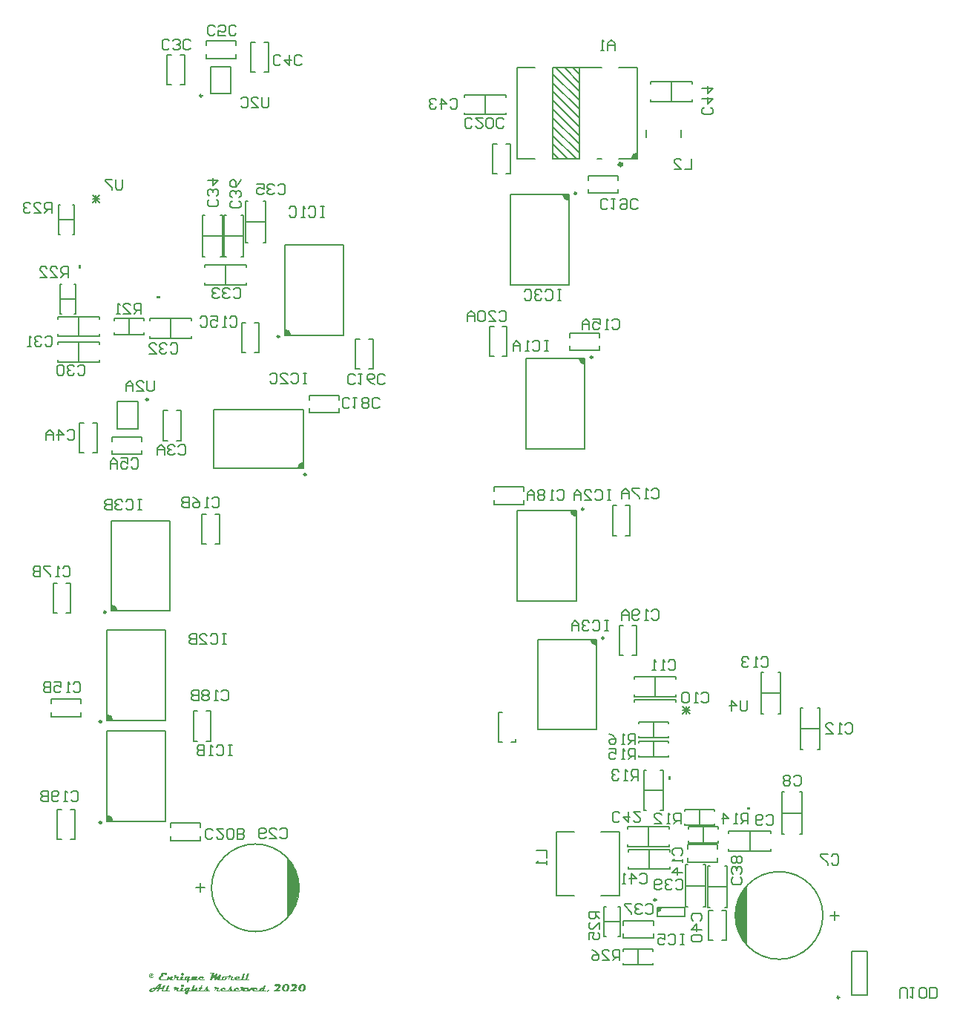
<source format=gbr>
%TF.GenerationSoftware,Altium Limited,Altium Designer,19.1.9 (167)*%
G04 Layer_Color=32896*
%FSLAX26Y26*%
%MOIN*%
%TF.FileFunction,Legend,Bot*%
%TF.Part,Single*%
G01*
G75*
%TA.AperFunction,NonConductor*%
%ADD70C,0.007874*%
%ADD71C,0.009842*%
%ADD72C,0.019685*%
%ADD73C,0.005906*%
G36*
X956693Y1096457D02*
Y1106299D01*
X940945Y1122047D01*
X931102D01*
Y1096457D01*
X956693D01*
D02*
G37*
G36*
Y1549213D02*
Y1559055D01*
X940945Y1574803D01*
X931102D01*
Y1549213D01*
X956693D01*
D02*
G37*
G36*
X1740159Y930117D02*
Y665354D01*
X1763780Y688976D01*
X1777559Y716535D01*
X1794291Y792528D01*
Y837332D01*
X1765748Y904528D01*
X1740159Y930117D01*
D02*
G37*
G36*
X3103937Y1913779D02*
Y1903937D01*
X3119685Y1888189D01*
X3129528D01*
Y1913779D01*
X3103937D01*
D02*
G37*
G36*
X3403543Y708661D02*
Y688976D01*
X3409449D01*
X3421260Y700787D01*
Y708661D01*
X3403543D01*
D02*
G37*
G36*
X3808070Y540355D02*
Y805118D01*
X3784448Y781496D01*
X3770669Y753937D01*
X3753937Y677944D01*
Y633140D01*
X3782480Y565945D01*
X3808070Y540355D01*
D02*
G37*
G36*
X3465394Y1282472D02*
Y1297472D01*
X3455394D01*
Y1282472D01*
X3465394D01*
D02*
G37*
G36*
X3806467Y1158116D02*
Y1148116D01*
X3821467D01*
Y1158116D01*
X3806467D01*
D02*
G37*
G36*
X976378Y2041339D02*
Y2051181D01*
X960630Y2066929D01*
X950787D01*
Y2041339D01*
X976378D01*
D02*
G37*
G36*
X1815158Y2708661D02*
X1805315D01*
X1789567Y2692913D01*
Y2683071D01*
X1815158D01*
Y2708661D01*
D02*
G37*
G36*
X1755906Y3279331D02*
Y3289173D01*
X1740158Y3304921D01*
X1730315D01*
Y3279331D01*
X1755906D01*
D02*
G37*
G36*
X812829Y3579907D02*
Y3594907D01*
X802829D01*
Y3579907D01*
X812829D01*
D02*
G37*
G36*
X1153902Y3455551D02*
Y3445551D01*
X1168902D01*
Y3455551D01*
X1153902D01*
D02*
G37*
G36*
X3013386Y2492520D02*
Y2482677D01*
X3029134Y2466929D01*
X3038977D01*
Y2492520D01*
X3013386D01*
D02*
G37*
G36*
X3052756Y3175394D02*
Y3165551D01*
X3068504Y3149803D01*
X3078347D01*
Y3175394D01*
X3052756D01*
D02*
G37*
G36*
X2980315Y3911417D02*
Y3901575D01*
X2996063Y3885827D01*
X3005906D01*
Y3911417D01*
X2980315D01*
D02*
G37*
G36*
X3288976Y4070590D02*
Y4082677D01*
X3304724Y4098425D01*
X3313386D01*
Y4070590D01*
X3288976D01*
D02*
G37*
G36*
X1195892Y416567D02*
X1196447Y416455D01*
X1197113Y416233D01*
X1197779Y415956D01*
X1198500Y415512D01*
X1199166Y414901D01*
X1199222Y414846D01*
X1199444Y414624D01*
X1199721Y414236D01*
X1200054Y413736D01*
X1200332Y413181D01*
X1200609Y412459D01*
X1200831Y411683D01*
X1200887Y410850D01*
Y410739D01*
Y410462D01*
X1200776Y410017D01*
X1200665Y409462D01*
X1200443Y408796D01*
X1200110Y408130D01*
X1199610Y407409D01*
X1199000Y406743D01*
X1198889Y406688D01*
X1198667Y406466D01*
X1198278Y406243D01*
X1197723Y405911D01*
X1197057Y405633D01*
X1196280Y405356D01*
X1195392Y405134D01*
X1194449Y405078D01*
X1194338D01*
X1194005Y405134D01*
X1193505Y405189D01*
X1192895Y405300D01*
X1192173Y405466D01*
X1191396Y405800D01*
X1190619Y406188D01*
X1189898Y406743D01*
X1189842Y406798D01*
X1189620Y407076D01*
X1189343Y407409D01*
X1189010Y407909D01*
X1188621Y408519D01*
X1188344Y409185D01*
X1188122Y410017D01*
X1188066Y410850D01*
Y410906D01*
Y411017D01*
Y411238D01*
X1188122Y411516D01*
X1188233Y412127D01*
X1188399Y412793D01*
X1185291D01*
X1185069Y412737D01*
X1184736Y412626D01*
X1184348Y412515D01*
X1184015Y412293D01*
X1183626Y412015D01*
X1183238Y411627D01*
X1183182Y411572D01*
X1183071Y411405D01*
X1182960Y411183D01*
X1182794Y410850D01*
X1182572Y410517D01*
X1182461Y410073D01*
X1182350Y409574D01*
X1182294Y409074D01*
Y409019D01*
Y408852D01*
X1182350Y408575D01*
X1182405Y408241D01*
X1182461Y407742D01*
X1182627Y407187D01*
X1182794Y406521D01*
X1183071Y405800D01*
X1183127Y405688D01*
X1183182Y405466D01*
X1183293Y405078D01*
X1183460Y404634D01*
X1183737Y403579D01*
X1183793Y403024D01*
X1183848Y402580D01*
Y402525D01*
X1183793Y402358D01*
X1183682Y402081D01*
X1183515Y401748D01*
X1183182Y401304D01*
X1182683Y400860D01*
X1182350Y400582D01*
X1181961Y400361D01*
X1181517Y400139D01*
X1181018Y399861D01*
X1180962D01*
X1180851Y399750D01*
X1180629Y399695D01*
X1180352Y399528D01*
X1179686Y399195D01*
X1178853Y398751D01*
X1177965Y398307D01*
X1177133Y397808D01*
X1176356Y397308D01*
X1176078Y397142D01*
X1175801Y396920D01*
X1175745D01*
X1175690Y396808D01*
X1175357Y396476D01*
X1174913Y395976D01*
X1174413Y395255D01*
X1173858Y394366D01*
X1173414Y393257D01*
X1173081Y392036D01*
X1173026Y391370D01*
X1172970Y390648D01*
Y390592D01*
Y390537D01*
X1173026Y390204D01*
X1173137Y389704D01*
X1173359Y389094D01*
X1173747Y388483D01*
X1174025Y388151D01*
X1174358Y387817D01*
X1174746Y387540D01*
X1175190Y387318D01*
X1175690Y387041D01*
X1176245Y386874D01*
X1176300D01*
X1176578Y386818D01*
X1176966Y386763D01*
X1177577Y386707D01*
X1178298Y386596D01*
X1179297Y386541D01*
X1180463Y386486D01*
X1199482D01*
X1203384Y399084D01*
X1211987D01*
X1209434Y390815D01*
X1216871Y397197D01*
X1216926Y397252D01*
X1217037Y397308D01*
X1217204Y397419D01*
X1217426Y397586D01*
X1217703Y397808D01*
X1218036Y398029D01*
X1218869Y398474D01*
X1219812Y398918D01*
X1220922Y399306D01*
X1222199Y399584D01*
X1222809Y399695D01*
X1223586D01*
X1223864Y399639D01*
X1224252Y399528D01*
X1224696Y399361D01*
X1225085Y399029D01*
X1225473Y398640D01*
X1225751Y398029D01*
X1225862Y397641D01*
Y397252D01*
Y397197D01*
Y397086D01*
Y396920D01*
X1225806Y396697D01*
X1225695Y396087D01*
X1225473Y395310D01*
X1222698Y386486D01*
X1232189D01*
X1235297Y395199D01*
X1235241D01*
X1235075Y395255D01*
X1234797Y395365D01*
X1234464Y395532D01*
X1234076Y395699D01*
X1233687Y395976D01*
X1233243Y396309D01*
X1232910Y396697D01*
X1232855Y396753D01*
X1232799Y396920D01*
X1232633Y397142D01*
X1232466Y397474D01*
X1232300Y397863D01*
X1232189Y398307D01*
X1232078Y398807D01*
X1232022Y399361D01*
Y399417D01*
Y399473D01*
X1232078Y399805D01*
X1232133Y400305D01*
X1232355Y400971D01*
X1232633Y401637D01*
X1233077Y402358D01*
X1233743Y403080D01*
X1234131Y403413D01*
X1234575Y403690D01*
X1234686Y403746D01*
X1234964Y403913D01*
X1235408Y404079D01*
X1236018Y404356D01*
X1236740Y404579D01*
X1237572Y404745D01*
X1238571Y404911D01*
X1239626Y404967D01*
X1243566D01*
X1241513Y399084D01*
X1254444D01*
X1250504Y386486D01*
X1260649D01*
X1260660Y386596D01*
X1260827Y387262D01*
X1264490Y399084D01*
X1273148D01*
X1269263Y386486D01*
X1278984D01*
X1278920Y386763D01*
X1278809Y387540D01*
X1278753Y388428D01*
Y388483D01*
Y388650D01*
Y388983D01*
X1278809Y389316D01*
X1278864Y389760D01*
X1278920Y390260D01*
X1279142Y391259D01*
Y391314D01*
X1279197Y391425D01*
X1279253Y391647D01*
X1279364Y391925D01*
X1279475Y392257D01*
X1279641Y392646D01*
X1280141Y393534D01*
X1280751Y394533D01*
X1281528Y395532D01*
X1282583Y396531D01*
X1283138Y396975D01*
X1283804Y397363D01*
X1283859D01*
X1283915Y397419D01*
X1284081Y397530D01*
X1284359Y397641D01*
X1284636Y397752D01*
X1284969Y397918D01*
X1285802Y398252D01*
X1286856Y398529D01*
X1288022Y398807D01*
X1289409Y399029D01*
X1290852Y399084D01*
X1304339D01*
X1300343Y386486D01*
X1310333D01*
X1310277Y386375D01*
X1310222Y386152D01*
X1310000Y385764D01*
X1309722Y385264D01*
X1309334Y384765D01*
X1308834Y384265D01*
X1308224Y383766D01*
X1307502Y383322D01*
X1307447Y383267D01*
X1307225Y383211D01*
X1306892Y383100D01*
X1306503Y382989D01*
X1306004Y382822D01*
X1305449Y382712D01*
X1304838Y382656D01*
X1304172Y382601D01*
X1299066D01*
X1295958Y372666D01*
X1293738D01*
X1293405Y372721D01*
X1292906Y372832D01*
X1292406Y372999D01*
X1291851Y373221D01*
X1291241Y373498D01*
X1290686Y373942D01*
X1290630Y373998D01*
X1290464Y374164D01*
X1290186Y374498D01*
X1289909Y374886D01*
X1289631Y375330D01*
X1289354Y375940D01*
X1289187Y376606D01*
X1289132Y377328D01*
Y377384D01*
Y377495D01*
Y377661D01*
X1289187Y377938D01*
X1289298Y378549D01*
X1289465Y379271D01*
X1291296Y385043D01*
X1291241Y384987D01*
X1291185Y384932D01*
X1291019Y384765D01*
X1290852Y384599D01*
X1290297Y384099D01*
X1289520Y383599D01*
X1288577Y383045D01*
X1287467Y382545D01*
X1286190Y382212D01*
X1285469Y382156D01*
X1284747Y382101D01*
X1284303D01*
X1283804Y382156D01*
X1283249Y382212D01*
X1283138D01*
X1282916Y382267D01*
X1282527Y382378D01*
X1282028Y382601D01*
X1281473Y382822D01*
X1280918Y383211D01*
X1280363Y383655D01*
X1279863Y384265D01*
X1279808Y384321D01*
X1279697Y384599D01*
X1279530Y384932D01*
X1279308Y385431D01*
X1279086Y386041D01*
X1279068Y386121D01*
X1278864Y385764D01*
X1278642Y385264D01*
X1278254Y384765D01*
X1277810Y384265D01*
X1277199Y383766D01*
X1276533Y383322D01*
X1276478Y383267D01*
X1276311Y383211D01*
X1276034Y383100D01*
X1275645Y382989D01*
X1275201Y382822D01*
X1274646Y382712D01*
X1274091Y382656D01*
X1273481Y382601D01*
X1263602D01*
X1263435Y382656D01*
X1262880Y382767D01*
X1262270Y382989D01*
X1261604Y383322D01*
X1261104Y383822D01*
X1260882Y384154D01*
X1260716Y384543D01*
X1260605Y384987D01*
X1260549Y385486D01*
X1260327Y385043D01*
X1259994Y384543D01*
X1259495Y384043D01*
X1258884Y383599D01*
X1258829Y383544D01*
X1258607Y383433D01*
X1258274Y383267D01*
X1257830Y383100D01*
X1257330Y382933D01*
X1256720Y382767D01*
X1256109Y382656D01*
X1255443Y382601D01*
X1245786D01*
X1245564Y382656D01*
X1244954Y382767D01*
X1244288Y382989D01*
X1243566Y383322D01*
X1243011Y383877D01*
X1242734Y384210D01*
X1242567Y384599D01*
X1242456Y385098D01*
X1242401Y385598D01*
Y385653D01*
Y385709D01*
Y385875D01*
X1242456Y386097D01*
X1242567Y386652D01*
X1242734Y387318D01*
X1245176Y395199D01*
X1240292D01*
X1236740Y388206D01*
X1236684Y388151D01*
X1236629Y387928D01*
X1236462Y387651D01*
X1236185Y387373D01*
X1235852Y387041D01*
X1235463Y386763D01*
X1234908Y386541D01*
X1234298Y386486D01*
X1232688D01*
X1232633Y386375D01*
X1232577Y386152D01*
X1232355Y385764D01*
X1232078Y385264D01*
X1231689Y384765D01*
X1231190Y384265D01*
X1230579Y383766D01*
X1229858Y383322D01*
X1229802Y383267D01*
X1229580Y383211D01*
X1229303Y383100D01*
X1228914Y382989D01*
X1228415Y382822D01*
X1227860Y382712D01*
X1227249Y382656D01*
X1226639Y382601D01*
X1216649D01*
X1216482Y382656D01*
X1215927Y382712D01*
X1215317Y382878D01*
X1214706Y383156D01*
X1214151Y383488D01*
X1213985Y383766D01*
X1213818Y384043D01*
X1213707Y384377D01*
X1213652Y384765D01*
Y384820D01*
Y384876D01*
Y385043D01*
X1213707Y385264D01*
X1213818Y385764D01*
X1213985Y386430D01*
X1215594Y391647D01*
X1207380Y384599D01*
X1207325D01*
X1207269Y384488D01*
X1207103Y384432D01*
X1206881Y384265D01*
X1206381Y383988D01*
X1205715Y383599D01*
X1204938Y383211D01*
X1204161Y382933D01*
X1203384Y382712D01*
X1202663Y382601D01*
X1198278D01*
X1199271Y385804D01*
X1199111Y385431D01*
X1198833Y384932D01*
X1198445Y384432D01*
X1197945Y383933D01*
X1197279Y383488D01*
X1197224Y383433D01*
X1197002Y383377D01*
X1196669Y383211D01*
X1196169Y383045D01*
X1195614Y382878D01*
X1195004Y382767D01*
X1194338Y382656D01*
X1193561Y382601D01*
X1172970D01*
X1172582Y382656D01*
X1172138D01*
X1171083Y382767D01*
X1169918Y382989D01*
X1168641Y383211D01*
X1167420Y383599D01*
X1166199Y384099D01*
X1166144D01*
X1166033Y384210D01*
X1165811Y384321D01*
X1165589Y384488D01*
X1164978Y384932D01*
X1164257Y385598D01*
X1163480Y386430D01*
X1162869Y387429D01*
X1162647Y388039D01*
X1162425Y388650D01*
X1162314Y389316D01*
X1162259Y390038D01*
Y390093D01*
Y390260D01*
X1162314Y390481D01*
Y390759D01*
X1162370Y391147D01*
X1162481Y391591D01*
X1162592Y392091D01*
X1162814Y392646D01*
X1163036Y393257D01*
X1163313Y393867D01*
X1163646Y394533D01*
X1164090Y395199D01*
X1164534Y395865D01*
X1165145Y396587D01*
X1165755Y397252D01*
X1166532Y397918D01*
X1166588Y397974D01*
X1166699Y398029D01*
X1166921Y398196D01*
X1167143Y398418D01*
X1167531Y398640D01*
X1167920Y398918D01*
X1168364Y399250D01*
X1168919Y399584D01*
X1169474Y399916D01*
X1170140Y400250D01*
X1171583Y400971D01*
X1173192Y401637D01*
X1174913Y402192D01*
Y402248D01*
X1174857Y402303D01*
X1174802Y402469D01*
X1174691Y402692D01*
X1174469Y403247D01*
X1174247Y404024D01*
X1173969Y404856D01*
X1173747Y405800D01*
X1173581Y406743D01*
X1173525Y407687D01*
Y407742D01*
Y407909D01*
X1173581Y408130D01*
Y408464D01*
X1173692Y408852D01*
X1173803Y409296D01*
X1173914Y409796D01*
X1174136Y410351D01*
X1174413Y410906D01*
X1174746Y411516D01*
X1175135Y412071D01*
X1175634Y412682D01*
X1176189Y413236D01*
X1176855Y413791D01*
X1177577Y414346D01*
X1178465Y414791D01*
X1178520D01*
X1178631Y414846D01*
X1178853Y414957D01*
X1179131Y415068D01*
X1179519Y415235D01*
X1179963Y415401D01*
X1180463Y415567D01*
X1181073Y415734D01*
X1181684Y415901D01*
X1182405Y416067D01*
X1183127Y416233D01*
X1183959Y416400D01*
X1185680Y416622D01*
X1187622Y416678D01*
X1195392D01*
X1195892Y416567D01*
D02*
G37*
G36*
X1271316Y414680D02*
X1271927Y414568D01*
X1272648Y414346D01*
X1273425Y414069D01*
X1274202Y413625D01*
X1274924Y413070D01*
X1274979Y413014D01*
X1275201Y412793D01*
X1275534Y412404D01*
X1275867Y411904D01*
X1276200Y411294D01*
X1276533Y410628D01*
X1276755Y409851D01*
X1276811Y408963D01*
Y408852D01*
Y408575D01*
X1276700Y408130D01*
X1276589Y407575D01*
X1276367Y406909D01*
X1276034Y406243D01*
X1275534Y405522D01*
X1274924Y404856D01*
X1274813Y404800D01*
X1274591Y404579D01*
X1274202Y404356D01*
X1273647Y404024D01*
X1272981Y403746D01*
X1272204Y403469D01*
X1271316Y403247D01*
X1270373Y403191D01*
X1270262D01*
X1269929Y403247D01*
X1269429Y403302D01*
X1268819Y403413D01*
X1268097Y403579D01*
X1267320Y403913D01*
X1266543Y404301D01*
X1265822Y404856D01*
X1265766Y404911D01*
X1265544Y405189D01*
X1265267Y405522D01*
X1264934Y406022D01*
X1264545Y406632D01*
X1264268Y407298D01*
X1264046Y408130D01*
X1263990Y408963D01*
Y409019D01*
Y409074D01*
X1264046Y409351D01*
X1264101Y409796D01*
X1264212Y410351D01*
X1264434Y411017D01*
X1264767Y411683D01*
X1265211Y412404D01*
X1265822Y413070D01*
X1265933Y413125D01*
X1266155Y413348D01*
X1266543Y413625D01*
X1267098Y413958D01*
X1267764Y414236D01*
X1268541Y414513D01*
X1269429Y414735D01*
X1270373Y414791D01*
X1270817D01*
X1271316Y414680D01*
D02*
G37*
G36*
X1131845Y412459D02*
X1132233Y412404D01*
X1132677Y412349D01*
X1133732Y412127D01*
X1134953Y411793D01*
X1136285Y411238D01*
X1136951Y410906D01*
X1137561Y410517D01*
X1138227Y410073D01*
X1138838Y409518D01*
X1138893Y409462D01*
X1139004Y409407D01*
X1139115Y409240D01*
X1139337Y408963D01*
X1139559Y408685D01*
X1139837Y408353D01*
X1140447Y407520D01*
X1141058Y406466D01*
X1141557Y405245D01*
X1141779Y404579D01*
X1141946Y403857D01*
X1142001Y403135D01*
X1142057Y402358D01*
Y402303D01*
Y402192D01*
Y401970D01*
X1142001Y401637D01*
X1141946Y401304D01*
X1141890Y400860D01*
X1141668Y399861D01*
X1141280Y398751D01*
X1141002Y398140D01*
X1140725Y397530D01*
X1140336Y396920D01*
X1139892Y396309D01*
X1139393Y395699D01*
X1138838Y395144D01*
X1138782Y395088D01*
X1138671Y395033D01*
X1138505Y394866D01*
X1138283Y394700D01*
X1137950Y394478D01*
X1137561Y394200D01*
X1137173Y393923D01*
X1136673Y393700D01*
X1135508Y393146D01*
X1134231Y392646D01*
X1132733Y392313D01*
X1131900Y392257D01*
X1131068Y392202D01*
X1130624D01*
X1130291Y392257D01*
X1129902Y392313D01*
X1129458Y392368D01*
X1128348Y392591D01*
X1127127Y392923D01*
X1125851Y393423D01*
X1125185Y393756D01*
X1124519Y394200D01*
X1123853Y394644D01*
X1123242Y395144D01*
X1123187Y395199D01*
X1123131Y395255D01*
X1122965Y395476D01*
X1122743Y395699D01*
X1122521Y395976D01*
X1122243Y396309D01*
X1121688Y397142D01*
X1121078Y398196D01*
X1120578Y399417D01*
X1120356Y400083D01*
X1120190Y400805D01*
X1120134Y401526D01*
X1120079Y402303D01*
Y402358D01*
Y402469D01*
Y402692D01*
X1120134Y403024D01*
X1120190Y403358D01*
X1120245Y403801D01*
X1120467Y404745D01*
X1120856Y405855D01*
X1121133Y406466D01*
X1121411Y407076D01*
X1121799Y407687D01*
X1122188Y408297D01*
X1122687Y408908D01*
X1123242Y409462D01*
X1123298Y409518D01*
X1123409Y409574D01*
X1123575Y409740D01*
X1123797Y409906D01*
X1124130Y410184D01*
X1124519Y410406D01*
X1124963Y410683D01*
X1125407Y410961D01*
X1126572Y411516D01*
X1127904Y412015D01*
X1129403Y412349D01*
X1130235Y412459D01*
X1131068Y412515D01*
X1131512D01*
X1131845Y412459D01*
D02*
G37*
G36*
X1358451Y399029D02*
X1359173Y398973D01*
X1360005Y398862D01*
X1360893Y398640D01*
X1361837Y398418D01*
X1362725Y398085D01*
X1362780D01*
X1362836Y398029D01*
X1363224Y397863D01*
X1363724Y397586D01*
X1364279Y397142D01*
X1364889Y396642D01*
X1365444Y395976D01*
X1365833Y395144D01*
X1365944Y394755D01*
X1365999Y394255D01*
Y394144D01*
Y393812D01*
X1365888Y393368D01*
X1365722Y392757D01*
X1365444Y392091D01*
X1365000Y391370D01*
X1364334Y390648D01*
X1363946Y390315D01*
X1363502Y389982D01*
X1355510D01*
X1358118Y395199D01*
X1353012D01*
X1351014Y389316D01*
Y389260D01*
X1350959Y389038D01*
X1350903Y388705D01*
X1350848Y388428D01*
Y388373D01*
X1350903Y388151D01*
X1351014Y387817D01*
X1351236Y387485D01*
X1351625Y387096D01*
X1352180Y386818D01*
X1352513Y386652D01*
X1352957Y386596D01*
X1353401Y386486D01*
X1372826D01*
Y386430D01*
X1372715Y386152D01*
X1372548Y385820D01*
X1372326Y385431D01*
X1371993Y384932D01*
X1371605Y384432D01*
X1371105Y383988D01*
X1370495Y383544D01*
X1370439Y383488D01*
X1370217Y383377D01*
X1369884Y383267D01*
X1369385Y383100D01*
X1368830Y382878D01*
X1368219Y382767D01*
X1367553Y382656D01*
X1366776Y382601D01*
X1352790D01*
X1352235Y382656D01*
X1351458Y382712D01*
X1350570Y382822D01*
X1349571Y382989D01*
X1348517Y383211D01*
X1347462Y383488D01*
X1346352Y383877D01*
X1345298Y384321D01*
X1344299Y384876D01*
X1343411Y385598D01*
X1342689Y386375D01*
X1342079Y387318D01*
X1341857Y387873D01*
X1341690Y388428D01*
X1341635Y388983D01*
X1341579Y389649D01*
Y389704D01*
Y389871D01*
X1341635Y390093D01*
Y390426D01*
X1341690Y390815D01*
X1341801Y391259D01*
X1342079Y392257D01*
X1342301Y392812D01*
X1342578Y393423D01*
X1342856Y394034D01*
X1343244Y394589D01*
X1343744Y395199D01*
X1344243Y395754D01*
X1344854Y396309D01*
X1345575Y396808D01*
X1345631D01*
X1345742Y396920D01*
X1345908Y397031D01*
X1346186Y397142D01*
X1346519Y397363D01*
X1346907Y397530D01*
X1347351Y397752D01*
X1347906Y397974D01*
X1348461Y398140D01*
X1349072Y398363D01*
X1350515Y398751D01*
X1352069Y398973D01*
X1353789Y399084D01*
X1357841D01*
X1358451Y399029D01*
D02*
G37*
G36*
X1561970Y386486D02*
X1572182D01*
X1572126Y386375D01*
X1572071Y386153D01*
X1571849Y385764D01*
X1571627Y385265D01*
X1571238Y384765D01*
X1570739Y384266D01*
X1570128Y383766D01*
X1569351Y383322D01*
X1569296Y383267D01*
X1569074Y383211D01*
X1568796Y383100D01*
X1568408Y382989D01*
X1567908Y382823D01*
X1567353Y382712D01*
X1566743Y382656D01*
X1566132Y382601D01*
X1556475D01*
X1556253Y382656D01*
X1555698Y382712D01*
X1555032Y382934D01*
X1554366Y383211D01*
X1553811Y383655D01*
X1553589Y383933D01*
X1553423Y384266D01*
X1553312Y384599D01*
X1553256Y385043D01*
Y385098D01*
Y385154D01*
X1553312Y385431D01*
X1553365Y385857D01*
X1553312Y385764D01*
X1553090Y385265D01*
X1552701Y384765D01*
X1552202Y384266D01*
X1551591Y383766D01*
X1550814Y383322D01*
X1550759Y383267D01*
X1550537Y383211D01*
X1550259Y383100D01*
X1549871Y382989D01*
X1549371Y382823D01*
X1548816Y382712D01*
X1548206Y382656D01*
X1547595Y382601D01*
X1537938D01*
X1537716Y382656D01*
X1537161Y382712D01*
X1536495Y382934D01*
X1535829Y383211D01*
X1535274Y383655D01*
X1535052Y383933D01*
X1534886Y384266D01*
X1534775Y384599D01*
X1534719Y385043D01*
Y385098D01*
Y385154D01*
X1534775Y385431D01*
X1534821Y385804D01*
X1534608Y385431D01*
X1534275Y384932D01*
X1533887Y384432D01*
X1533387Y383988D01*
X1532777Y383544D01*
X1532721Y383489D01*
X1532499Y383378D01*
X1532166Y383267D01*
X1531667Y383100D01*
X1531112Y382878D01*
X1530501Y382767D01*
X1529835Y382656D01*
X1529058Y382601D01*
X1515072D01*
X1514517Y382656D01*
X1513740Y382712D01*
X1512852Y382823D01*
X1511853Y382989D01*
X1510799Y383211D01*
X1509744Y383489D01*
X1508634Y383877D01*
X1507580Y384321D01*
X1506581Y384876D01*
X1505693Y385598D01*
X1504971Y386375D01*
X1504361Y387318D01*
X1504139Y387873D01*
X1503972Y388428D01*
X1503917Y388983D01*
X1503861Y389649D01*
Y389705D01*
Y389871D01*
X1503917Y390093D01*
Y390426D01*
X1503972Y390815D01*
X1504083Y391259D01*
X1504361Y392258D01*
X1504583Y392813D01*
X1504860Y393423D01*
X1505138Y394034D01*
X1505526Y394589D01*
X1506026Y395199D01*
X1506525Y395754D01*
X1507136Y396309D01*
X1507857Y396809D01*
X1507913D01*
X1508024Y396920D01*
X1508190Y397031D01*
X1508468Y397142D01*
X1508801Y397364D01*
X1509189Y397530D01*
X1509633Y397752D01*
X1510188Y397974D01*
X1510743Y398141D01*
X1511354Y398363D01*
X1512797Y398751D01*
X1514351Y398973D01*
X1516071Y399084D01*
X1520123D01*
X1520733Y399029D01*
X1521455Y398973D01*
X1522287Y398862D01*
X1523175Y398640D01*
X1524119Y398418D01*
X1525007Y398085D01*
X1525062D01*
X1525118Y398030D01*
X1525506Y397863D01*
X1526006Y397586D01*
X1526561Y397142D01*
X1527171Y396642D01*
X1527726Y395976D01*
X1528115Y395144D01*
X1528226Y394755D01*
X1528281Y394256D01*
Y394145D01*
Y393812D01*
X1528170Y393368D01*
X1528004Y392757D01*
X1527726Y392091D01*
X1527282Y391370D01*
X1526616Y390648D01*
X1526228Y390315D01*
X1525784Y389982D01*
X1517792D01*
X1520400Y395199D01*
X1515294D01*
X1513296Y389316D01*
Y389261D01*
X1513241Y389039D01*
X1513185Y388706D01*
X1513130Y388428D01*
Y388373D01*
X1513185Y388151D01*
X1513296Y387818D01*
X1513518Y387485D01*
X1513907Y387096D01*
X1514462Y386819D01*
X1514795Y386652D01*
X1515239Y386597D01*
X1515683Y386486D01*
X1534958D01*
X1542822Y411794D01*
X1551258D01*
X1543433Y386486D01*
X1553495D01*
X1561359Y411794D01*
X1569795D01*
X1561970Y386486D01*
D02*
G37*
G36*
X1332699Y386486D02*
X1342523D01*
Y386375D01*
X1342412Y386152D01*
X1342245Y385764D01*
X1342023Y385320D01*
X1341746Y384820D01*
X1341357Y384321D01*
X1340858Y383822D01*
X1340247Y383377D01*
X1340192Y383322D01*
X1340025Y383267D01*
X1339748Y383156D01*
X1339415Y382989D01*
X1338971Y382822D01*
X1338471Y382712D01*
X1337972Y382656D01*
X1337417Y382601D01*
X1326983D01*
X1326761Y382656D01*
X1326206Y382712D01*
X1325540Y382878D01*
X1324874Y383156D01*
X1324319Y383544D01*
X1324097Y383766D01*
X1323930Y384099D01*
X1323819Y384432D01*
X1323764Y384820D01*
X1323653Y384709D01*
X1323431Y384488D01*
X1322987Y384099D01*
X1322432Y383711D01*
X1321655Y383322D01*
X1320767Y382933D01*
X1319768Y382712D01*
X1318602Y382601D01*
X1314051D01*
X1313718Y382656D01*
X1313274Y382712D01*
X1312775Y382822D01*
X1312275Y383045D01*
X1311776Y383267D01*
X1311332Y383599D01*
X1311276Y383655D01*
X1311165Y383766D01*
X1310999Y383988D01*
X1310832Y384265D01*
X1310666Y384599D01*
X1310499Y385043D01*
X1310388Y385542D01*
X1310333Y386097D01*
Y386152D01*
Y386264D01*
Y386430D01*
X1310388Y386652D01*
X1310444Y387207D01*
X1310610Y387873D01*
X1314662Y399084D01*
X1323431D01*
X1318935Y386486D01*
X1323875D01*
X1328370Y399084D01*
X1337084D01*
X1332699Y386486D01*
D02*
G37*
G36*
X1410566Y416622D02*
X1411065Y416567D01*
X1411676Y416400D01*
X1412286Y416123D01*
X1412786Y415679D01*
X1413008Y415457D01*
X1413174Y415124D01*
X1413230Y414735D01*
X1413285Y414347D01*
Y414291D01*
Y414180D01*
Y414014D01*
X1413230Y413792D01*
X1413174Y413459D01*
X1413063Y413126D01*
X1412786Y412238D01*
X1408068Y397086D01*
X1418613Y409074D01*
X1418669Y409185D01*
X1418891Y409407D01*
X1419224Y409740D01*
X1419612Y410184D01*
X1420500Y411072D01*
X1420944Y411461D01*
X1421333Y411738D01*
X1421388Y411794D01*
X1421610Y411905D01*
X1421943Y412071D01*
X1422443Y412293D01*
X1422998Y412460D01*
X1423719Y412626D01*
X1424496Y412737D01*
X1425384Y412793D01*
X1425495D01*
X1425828Y412737D01*
X1426328Y412571D01*
X1426883Y412238D01*
X1426938Y412182D01*
X1427049Y412071D01*
X1427271Y411905D01*
X1427493Y411683D01*
X1427715Y411350D01*
X1427937Y410906D01*
X1428048Y410462D01*
X1428104Y409907D01*
Y409851D01*
Y409740D01*
Y409518D01*
X1428048Y409241D01*
X1427993Y408908D01*
X1427882Y408575D01*
X1427604Y407687D01*
X1423719Y395255D01*
X1433931Y404246D01*
X1434042Y404357D01*
X1434264Y404579D01*
X1434597Y404912D01*
X1434986Y405356D01*
X1435430Y405800D01*
X1435874Y406188D01*
X1436262Y406577D01*
X1436540Y406799D01*
X1436595Y406854D01*
X1436762Y406910D01*
X1436984Y407021D01*
X1437372Y407132D01*
X1437816Y407243D01*
X1438371Y407354D01*
X1439037Y407465D01*
X1439925D01*
X1440092Y407409D01*
X1440314D01*
X1440869Y407187D01*
X1441202Y407021D01*
X1441535Y406799D01*
X1441590Y406743D01*
X1441757Y406632D01*
X1441979Y406410D01*
X1442256Y406077D01*
X1442534Y405689D01*
X1442756Y405245D01*
X1442922Y404690D01*
X1442978Y404024D01*
Y403968D01*
Y403857D01*
Y403635D01*
X1442922Y403358D01*
X1442867Y402969D01*
X1442756Y402581D01*
X1442478Y401693D01*
X1436706Y386486D01*
X1447414D01*
X1447307Y386652D01*
X1446863Y387596D01*
X1446530Y388650D01*
X1446474Y389205D01*
X1446419Y389816D01*
Y389871D01*
Y389927D01*
Y390204D01*
X1446474Y390593D01*
X1446585Y391092D01*
Y391148D01*
X1446641Y391259D01*
Y391425D01*
X1446752Y391703D01*
X1446918Y392369D01*
X1447251Y393201D01*
X1447695Y394089D01*
X1448361Y395088D01*
X1449138Y396032D01*
X1450137Y396864D01*
X1450193D01*
X1450304Y396975D01*
X1450470Y397086D01*
X1450748Y397197D01*
X1451025Y397364D01*
X1451414Y397586D01*
X1451913Y397752D01*
X1452413Y397974D01*
X1453023Y398196D01*
X1453634Y398363D01*
X1454355Y398585D01*
X1455077Y398751D01*
X1455909Y398862D01*
X1456797Y398973D01*
X1458684Y399084D01*
X1475972D01*
X1475945Y399362D01*
Y399417D01*
Y399473D01*
X1476000Y399806D01*
X1476056Y400305D01*
X1476278Y400971D01*
X1476555Y401637D01*
X1476999Y402359D01*
X1477665Y403080D01*
X1478054Y403413D01*
X1478498Y403691D01*
X1478609Y403746D01*
X1478886Y403913D01*
X1479330Y404079D01*
X1479941Y404357D01*
X1480662Y404579D01*
X1481495Y404745D01*
X1482494Y404912D01*
X1483548Y404967D01*
X1487489D01*
X1485435Y399084D01*
X1498367D01*
X1494426Y386486D01*
X1504694D01*
Y386430D01*
Y386208D01*
X1504583Y385875D01*
X1504472Y385487D01*
X1504250Y385043D01*
X1503917Y384543D01*
X1503417Y384044D01*
X1502807Y383600D01*
X1502751Y383544D01*
X1502529Y383433D01*
X1502196Y383267D01*
X1501752Y383100D01*
X1501253Y382934D01*
X1500642Y382767D01*
X1500032Y382656D01*
X1499366Y382601D01*
X1489709D01*
X1489487Y382656D01*
X1488876Y382767D01*
X1488210Y382989D01*
X1487489Y383322D01*
X1486934Y383877D01*
X1486656Y384210D01*
X1486490Y384599D01*
X1486379Y385098D01*
X1486323Y385598D01*
Y385653D01*
Y385709D01*
Y385875D01*
X1486379Y386097D01*
X1486490Y386652D01*
X1486656Y387318D01*
X1489098Y395199D01*
X1484214D01*
X1480662Y388206D01*
X1480607Y388151D01*
X1480551Y387929D01*
X1480385Y387651D01*
X1480107Y387374D01*
X1479774Y387041D01*
X1479386Y386763D01*
X1478831Y386541D01*
X1478220Y386486D01*
X1476111D01*
X1479219Y395199D01*
X1467842D01*
X1467897Y395088D01*
X1468064Y394922D01*
X1468230Y394755D01*
X1468452Y394478D01*
X1468674Y394145D01*
X1468841Y393701D01*
X1469063Y393201D01*
Y393146D01*
X1469118Y392979D01*
X1469229Y392702D01*
X1469285Y392369D01*
X1469451Y391592D01*
X1469507Y390759D01*
Y390704D01*
Y390593D01*
X1469451Y390371D01*
X1469396Y390093D01*
X1469340Y389760D01*
X1469229Y389372D01*
X1468896Y388428D01*
X1468452Y387429D01*
X1467842Y386375D01*
X1467453Y385875D01*
X1466954Y385376D01*
X1466454Y384876D01*
X1465899Y384432D01*
X1465844D01*
X1465733Y384321D01*
X1465566Y384210D01*
X1465344Y384099D01*
X1465067Y383933D01*
X1464678Y383766D01*
X1464234Y383544D01*
X1463735Y383322D01*
X1463235Y383156D01*
X1462625Y382934D01*
X1461237Y382601D01*
X1459683Y382323D01*
X1457907Y382212D01*
X1457352D01*
X1456964Y382268D01*
X1456464D01*
X1455965Y382323D01*
X1455354Y382379D01*
X1454688Y382490D01*
X1453245Y382767D01*
X1451802Y383156D01*
X1450415Y383711D01*
X1449749Y384044D01*
X1449138Y384432D01*
X1449083D01*
X1449027Y384543D01*
X1448694Y384821D01*
X1448306Y385265D01*
X1447806Y385875D01*
X1447526Y386311D01*
X1447473Y386153D01*
X1447307Y385875D01*
X1447140Y385598D01*
X1446974Y385265D01*
X1446696Y384932D01*
X1446363Y384543D01*
X1445919Y384210D01*
X1445475Y383822D01*
X1444920Y383489D01*
X1444310Y383211D01*
X1443588Y382934D01*
X1442756Y382767D01*
X1441812Y382656D01*
X1440813Y382601D01*
X1431767D01*
X1431545Y382656D01*
X1430879Y382712D01*
X1430157Y382878D01*
X1429380Y383156D01*
X1428714Y383600D01*
X1428492Y383877D01*
X1428270Y384155D01*
X1428159Y384543D01*
X1428104Y384932D01*
Y384987D01*
Y385098D01*
X1428159Y385265D01*
Y385542D01*
X1428215Y385820D01*
X1428326Y386208D01*
X1428603Y387096D01*
X1432655Y397530D01*
X1419779Y385265D01*
Y385209D01*
X1419723Y385154D01*
X1419501Y384765D01*
X1419113Y384321D01*
X1418669Y383766D01*
X1418114Y383156D01*
X1417448Y382712D01*
X1416782Y382323D01*
X1416393Y382268D01*
X1416005Y382212D01*
X1415783D01*
X1415505Y382268D01*
X1415172Y382323D01*
X1415061D01*
X1414784Y382434D01*
X1414395Y382545D01*
X1413951Y382767D01*
X1413452Y383100D01*
X1413063Y383600D01*
X1412786Y384210D01*
X1412730Y384599D01*
X1412675Y385043D01*
Y385098D01*
Y385209D01*
Y385376D01*
X1412730Y385653D01*
X1412841Y386319D01*
X1413119Y387096D01*
X1417892Y402470D01*
X1403406Y385098D01*
X1403351Y384987D01*
X1403129Y384709D01*
X1402851Y384321D01*
X1402407Y383877D01*
X1401797Y383377D01*
X1401131Y382989D01*
X1400298Y382712D01*
X1399854Y382656D01*
X1399355Y382601D01*
X1394859D01*
X1403517Y410572D01*
X1391196D01*
X1394637Y416678D01*
X1410344Y416678D01*
X1410566Y416622D01*
D02*
G37*
G36*
X1271316Y363298D02*
X1271927Y363187D01*
X1272648Y362965D01*
X1273425Y362687D01*
X1274202Y362243D01*
X1274924Y361688D01*
X1274979Y361633D01*
X1275201Y361411D01*
X1275534Y361022D01*
X1275867Y360523D01*
X1276200Y359912D01*
X1276533Y359246D01*
X1276755Y358469D01*
X1276811Y357581D01*
Y357470D01*
Y357193D01*
X1276700Y356749D01*
X1276589Y356194D01*
X1276367Y355528D01*
X1276034Y354862D01*
X1275534Y354140D01*
X1274924Y353474D01*
X1274813Y353419D01*
X1274591Y353197D01*
X1274202Y352975D01*
X1273647Y352642D01*
X1272981Y352364D01*
X1272204Y352087D01*
X1271316Y351865D01*
X1270373Y351809D01*
X1270262D01*
X1269929Y351865D01*
X1269429Y351920D01*
X1268819Y352031D01*
X1268097Y352198D01*
X1267320Y352531D01*
X1266543Y352919D01*
X1265822Y353474D01*
X1265766Y353530D01*
X1265544Y353807D01*
X1265267Y354140D01*
X1264934Y354640D01*
X1264545Y355250D01*
X1264268Y355916D01*
X1264046Y356749D01*
X1263990Y357581D01*
Y357637D01*
Y357692D01*
X1264046Y357970D01*
X1264101Y358414D01*
X1264212Y358969D01*
X1264434Y359635D01*
X1264767Y360301D01*
X1265211Y361022D01*
X1265822Y361688D01*
X1265933Y361744D01*
X1266155Y361966D01*
X1266543Y362243D01*
X1267098Y362576D01*
X1267764Y362854D01*
X1268541Y363131D01*
X1269429Y363353D01*
X1270373Y363409D01*
X1270817D01*
X1271316Y363298D01*
D02*
G37*
G36*
X1637172Y335104D02*
X1647329D01*
Y335048D01*
X1647273Y334937D01*
X1647162Y334771D01*
X1647051Y334493D01*
X1646718Y333883D01*
X1646108Y333161D01*
X1645775Y332828D01*
X1645331Y332440D01*
X1644887Y332107D01*
X1644332Y331829D01*
X1643666Y331552D01*
X1643000Y331385D01*
X1642223Y331274D01*
X1641390Y331219D01*
X1631733D01*
X1631511Y331274D01*
X1630845Y331330D01*
X1630124Y331552D01*
X1629402Y331829D01*
X1628792Y332273D01*
X1628570Y332551D01*
X1628348Y332884D01*
X1628237Y333272D01*
Y333716D01*
X1628181Y333661D01*
X1628126Y333605D01*
X1627959Y333439D01*
X1627737Y333217D01*
X1627460Y332995D01*
X1627182Y332717D01*
X1626350Y332162D01*
X1625295Y331607D01*
X1624074Y331108D01*
X1622687Y330719D01*
X1621910Y330664D01*
X1621077Y330608D01*
X1620578D01*
X1620078Y330719D01*
X1619412Y330830D01*
X1618635Y330997D01*
X1617858Y331274D01*
X1617081Y331663D01*
X1616360Y332218D01*
X1616304Y332273D01*
X1616082Y332551D01*
X1615749Y332939D01*
X1615416Y333439D01*
X1615083Y334105D01*
X1614904Y334523D01*
X1614861Y334438D01*
X1614639Y334049D01*
X1614306Y333550D01*
X1613918Y333050D01*
X1613418Y332606D01*
X1612808Y332162D01*
X1612752Y332107D01*
X1612530Y331996D01*
X1612197Y331885D01*
X1611698Y331718D01*
X1611143Y331496D01*
X1610532Y331385D01*
X1609866Y331274D01*
X1609089Y331219D01*
X1595103D01*
X1594548Y331274D01*
X1593771Y331330D01*
X1592883Y331441D01*
X1591884Y331607D01*
X1590830Y331829D01*
X1589775Y332107D01*
X1588665Y332495D01*
X1587611Y332939D01*
X1586612Y333494D01*
X1585724Y334216D01*
X1585002Y334993D01*
X1584392Y335936D01*
X1584170Y336491D01*
X1584003Y337046D01*
X1583948Y337601D01*
X1583892Y338267D01*
Y338323D01*
Y338489D01*
X1583948Y338711D01*
Y339044D01*
X1584003Y339433D01*
X1584114Y339877D01*
X1584392Y340876D01*
X1584614Y341431D01*
X1584891Y342041D01*
X1585169Y342652D01*
X1585557Y343207D01*
X1586057Y343817D01*
X1579563D01*
X1569351Y331219D01*
X1559694D01*
X1559472Y334882D01*
Y334826D01*
X1559361Y334493D01*
X1559250Y334105D01*
X1559028Y333661D01*
X1558695Y333161D01*
X1558196Y332662D01*
X1557585Y332218D01*
X1557530Y332162D01*
X1557308Y332051D01*
X1556975Y331885D01*
X1556531Y331718D01*
X1556031Y331552D01*
X1555421Y331385D01*
X1554810Y331274D01*
X1554144Y331219D01*
X1544487D01*
X1544265Y331274D01*
X1543655Y331385D01*
X1542989Y331607D01*
X1542267Y331940D01*
X1541712Y332495D01*
X1541435Y332828D01*
X1541268Y333217D01*
X1541157Y333716D01*
X1541102Y334216D01*
Y334271D01*
Y334327D01*
Y334493D01*
X1541157Y334715D01*
X1541268Y335270D01*
X1541435Y335936D01*
X1543877Y343817D01*
X1538993D01*
X1535441Y336824D01*
X1535385Y336769D01*
X1535330Y336547D01*
X1535163Y336269D01*
X1534886Y335992D01*
X1534553Y335659D01*
X1534164Y335381D01*
X1533609Y335159D01*
X1532999Y335104D01*
X1531278D01*
Y335048D01*
X1531167Y334771D01*
X1531001Y334438D01*
X1530779Y334049D01*
X1530446Y333550D01*
X1530057Y333050D01*
X1529558Y332606D01*
X1528947Y332162D01*
X1528892Y332107D01*
X1528670Y331996D01*
X1528337Y331885D01*
X1527837Y331718D01*
X1527282Y331496D01*
X1526672Y331385D01*
X1526006Y331274D01*
X1525229Y331219D01*
X1511243D01*
X1510688Y331274D01*
X1509911Y331330D01*
X1509023Y331441D01*
X1508024Y331607D01*
X1506969Y331829D01*
X1505915Y332107D01*
X1504805Y332495D01*
X1503750Y332939D01*
X1502751Y333494D01*
X1501863Y334216D01*
X1501142Y334993D01*
X1500531Y335936D01*
X1500309Y336491D01*
X1500143Y337046D01*
X1500087Y337601D01*
X1500032Y338267D01*
Y338323D01*
Y338489D01*
X1500087Y338711D01*
Y339044D01*
X1500143Y339433D01*
X1500254Y339877D01*
X1500531Y340876D01*
X1500753Y341431D01*
X1501031Y342041D01*
X1501308Y342652D01*
X1501697Y343207D01*
X1502196Y343817D01*
X1502696Y344372D01*
X1503306Y344927D01*
X1504028Y345427D01*
X1504083D01*
X1504194Y345538D01*
X1504361Y345649D01*
X1504638Y345760D01*
X1504971Y345982D01*
X1505360Y346148D01*
X1505804Y346370D01*
X1506359Y346592D01*
X1506914Y346759D01*
X1507524Y346981D01*
X1508967Y347369D01*
X1510521Y347591D01*
X1512242Y347702D01*
X1516293D01*
X1516904Y347647D01*
X1517625Y347591D01*
X1518458Y347480D01*
X1519346Y347258D01*
X1520289Y347036D01*
X1521177Y346703D01*
X1521233D01*
X1521288Y346648D01*
X1521677Y346481D01*
X1522176Y346204D01*
X1522731Y345760D01*
X1523342Y345260D01*
X1523897Y344594D01*
X1524285Y343762D01*
X1524396Y343373D01*
X1524452Y342874D01*
Y342763D01*
Y342430D01*
X1524341Y341986D01*
X1524174Y341375D01*
X1523897Y340709D01*
X1523453Y339988D01*
X1522787Y339266D01*
X1522398Y338933D01*
X1521954Y338600D01*
X1513962D01*
X1516571Y343817D01*
X1511465D01*
X1509467Y337934D01*
Y337879D01*
X1509411Y337657D01*
X1509356Y337324D01*
X1509300Y337046D01*
Y336991D01*
X1509356Y336769D01*
X1509467Y336436D01*
X1509689Y336103D01*
X1510077Y335714D01*
X1510632Y335437D01*
X1510965Y335270D01*
X1511409Y335215D01*
X1511853Y335104D01*
X1530890D01*
X1533998Y343817D01*
X1533942D01*
X1533776Y343873D01*
X1533498Y343984D01*
X1533165Y344150D01*
X1532777Y344317D01*
X1532388Y344594D01*
X1531944Y344927D01*
X1531611Y345316D01*
X1531556Y345371D01*
X1531500Y345538D01*
X1531334Y345760D01*
X1531167Y346093D01*
X1531001Y346481D01*
X1530890Y346925D01*
X1530779Y347425D01*
X1530723Y347980D01*
Y348035D01*
Y348091D01*
X1530779Y348424D01*
X1530834Y348923D01*
X1531056Y349589D01*
X1531334Y350255D01*
X1531778Y350977D01*
X1532444Y351698D01*
X1532832Y352031D01*
X1533276Y352309D01*
X1533387Y352364D01*
X1533665Y352531D01*
X1534109Y352697D01*
X1534719Y352975D01*
X1535441Y353197D01*
X1536273Y353363D01*
X1537272Y353530D01*
X1538327Y353585D01*
X1542267D01*
X1540214Y347702D01*
X1553145D01*
X1549205Y335104D01*
X1559459D01*
X1558695Y347702D01*
X1567464D01*
X1567575Y335770D01*
X1576566Y347702D01*
X1595769D01*
X1595758Y347680D01*
X1596102Y347702D01*
X1600154D01*
X1600764Y347647D01*
X1601486Y347591D01*
X1602318Y347480D01*
X1603206Y347258D01*
X1604150Y347036D01*
X1605038Y346703D01*
X1605093D01*
X1605149Y346648D01*
X1605537Y346481D01*
X1606037Y346204D01*
X1606592Y345760D01*
X1607202Y345260D01*
X1607757Y344594D01*
X1608146Y343762D01*
X1608257Y343373D01*
X1608312Y342874D01*
Y342763D01*
Y342430D01*
X1608201Y341986D01*
X1608035Y341375D01*
X1607757Y340709D01*
X1607313Y339988D01*
X1606647Y339266D01*
X1606259Y338933D01*
X1605815Y338600D01*
X1597823D01*
X1600431Y343817D01*
X1595325D01*
X1593327Y337934D01*
Y337879D01*
X1593272Y337657D01*
X1593216Y337324D01*
X1593161Y337046D01*
Y336991D01*
X1593216Y336769D01*
X1593327Y336436D01*
X1593549Y336103D01*
X1593938Y335714D01*
X1594493Y335437D01*
X1594826Y335270D01*
X1595270Y335215D01*
X1595714Y335104D01*
X1614698D01*
X1614528Y335825D01*
X1614473Y336824D01*
Y336880D01*
Y337046D01*
X1614528Y337324D01*
Y337712D01*
X1614584Y338156D01*
X1614695Y338656D01*
X1614806Y339211D01*
X1614972Y339821D01*
X1615194Y340487D01*
X1615472Y341153D01*
X1615805Y341875D01*
X1616193Y342541D01*
X1616693Y343207D01*
X1617248Y343873D01*
X1617858Y344483D01*
X1618580Y345094D01*
X1618635Y345149D01*
X1618746Y345205D01*
X1618968Y345316D01*
X1619246Y345482D01*
X1619579Y345704D01*
X1620023Y345926D01*
X1620522Y346148D01*
X1621077Y346426D01*
X1621688Y346648D01*
X1622409Y346870D01*
X1623131Y347092D01*
X1623908Y347314D01*
X1625684Y347591D01*
X1626572Y347702D01*
X1632455D01*
X1636395Y360467D01*
X1645109D01*
X1637172Y335104D01*
D02*
G37*
G36*
X1487156Y355139D02*
X1487378Y355084D01*
X1487600Y355028D01*
X1488266Y354806D01*
X1489043Y354473D01*
X1489764Y353974D01*
X1490430Y353363D01*
X1490652Y352975D01*
X1490874Y352531D01*
X1490985Y352087D01*
X1491041Y351532D01*
Y351476D01*
Y351254D01*
X1490985Y350921D01*
X1490930Y350477D01*
X1490763Y349978D01*
X1490597Y349423D01*
X1490319Y348868D01*
X1489986Y348313D01*
X1490042Y348202D01*
X1490153Y347924D01*
X1490319Y347425D01*
X1490541Y346814D01*
X1490819Y346093D01*
X1491096Y345316D01*
X1491429Y344428D01*
X1491762Y343540D01*
Y343484D01*
X1491818Y343429D01*
X1491873Y343262D01*
X1491929Y343040D01*
X1492151Y342485D01*
X1492373Y341764D01*
X1492539Y340987D01*
X1492761Y340210D01*
X1492872Y339377D01*
X1492928Y338656D01*
Y338545D01*
Y338323D01*
X1492817Y337934D01*
X1492706Y337435D01*
X1492539Y336880D01*
X1492206Y336269D01*
X1491818Y335659D01*
X1491263Y335104D01*
X1500920D01*
Y335048D01*
X1500864Y334826D01*
X1500809Y334493D01*
X1500642Y334160D01*
X1500420Y333716D01*
X1500087Y333217D01*
X1499643Y332773D01*
X1499033Y332329D01*
X1498977Y332273D01*
X1498700Y332162D01*
X1498367Y331996D01*
X1497867Y331774D01*
X1497312Y331552D01*
X1496646Y331385D01*
X1495980Y331274D01*
X1495203Y331219D01*
X1476278D01*
X1475945Y331274D01*
X1475556Y331330D01*
X1475112Y331385D01*
X1474169Y331607D01*
X1473170Y331996D01*
X1472726Y332273D01*
X1472337Y332606D01*
X1472004Y332939D01*
X1471727Y333383D01*
X1471560Y333883D01*
X1471513Y334355D01*
X1471338Y334049D01*
X1471005Y333550D01*
X1470617Y333050D01*
X1470117Y332606D01*
X1469507Y332162D01*
X1469451Y332107D01*
X1469229Y331996D01*
X1468896Y331885D01*
X1468397Y331718D01*
X1467842Y331496D01*
X1467231Y331385D01*
X1466565Y331274D01*
X1465788Y331219D01*
X1451802D01*
X1451247Y331274D01*
X1450470Y331330D01*
X1449582Y331441D01*
X1448583Y331607D01*
X1447529Y331829D01*
X1446474Y332107D01*
X1445364Y332495D01*
X1444310Y332939D01*
X1443311Y333494D01*
X1442423Y334216D01*
X1441701Y334993D01*
X1441091Y335936D01*
X1440869Y336491D01*
X1440702Y337046D01*
X1440647Y337601D01*
X1440591Y338267D01*
Y338323D01*
Y338489D01*
X1440647Y338711D01*
Y339044D01*
X1440702Y339433D01*
X1440813Y339877D01*
X1441091Y340876D01*
X1441313Y341431D01*
X1441590Y342041D01*
X1441868Y342652D01*
X1442256Y343207D01*
X1442756Y343817D01*
X1443255Y344372D01*
X1443866Y344927D01*
X1444587Y345427D01*
X1444643D01*
X1444754Y345538D01*
X1444920Y345649D01*
X1445198Y345760D01*
X1445531Y345982D01*
X1445919Y346148D01*
X1446363Y346370D01*
X1446918Y346592D01*
X1447473Y346759D01*
X1448084Y346981D01*
X1449527Y347369D01*
X1451081Y347591D01*
X1452801Y347702D01*
X1456853D01*
X1457463Y347647D01*
X1458185Y347591D01*
X1459017Y347480D01*
X1459905Y347258D01*
X1460849Y347036D01*
X1461737Y346703D01*
X1461792D01*
X1461848Y346648D01*
X1462236Y346481D01*
X1462736Y346204D01*
X1463291Y345760D01*
X1463901Y345260D01*
X1464456Y344594D01*
X1464845Y343762D01*
X1464956Y343373D01*
X1465011Y342874D01*
Y342763D01*
Y342430D01*
X1464900Y341986D01*
X1464734Y341375D01*
X1464456Y340709D01*
X1464012Y339988D01*
X1463346Y339266D01*
X1462958Y338933D01*
X1462514Y338600D01*
X1454522D01*
X1457130Y343817D01*
X1452024D01*
X1450026Y337934D01*
Y337879D01*
X1449971Y337657D01*
X1449915Y337324D01*
X1449860Y337046D01*
Y336991D01*
X1449915Y336769D01*
X1450026Y336436D01*
X1450248Y336103D01*
X1450637Y335714D01*
X1451192Y335437D01*
X1451525Y335270D01*
X1451969Y335215D01*
X1452413Y335104D01*
X1471560D01*
Y335159D01*
X1471616Y335326D01*
X1471671Y335603D01*
X1471838Y335936D01*
X1472004Y336269D01*
X1472282Y336658D01*
X1472615Y336991D01*
X1473059Y337324D01*
X1473114Y337379D01*
X1473281Y337435D01*
X1473503Y337546D01*
X1473836Y337712D01*
X1474280Y337823D01*
X1474724Y337934D01*
X1475223Y337990D01*
X1475778Y338045D01*
X1476056D01*
X1476278Y337990D01*
X1476500Y337934D01*
X1476833Y337879D01*
X1477665Y337657D01*
X1478664Y337268D01*
X1479885Y336769D01*
X1481273Y336103D01*
X1482050Y335659D01*
X1482882Y335159D01*
X1482938Y335215D01*
X1483104Y335437D01*
X1483326Y335714D01*
X1483548Y336158D01*
X1483770Y336602D01*
X1483992Y337157D01*
X1484159Y337768D01*
X1484214Y338378D01*
Y338434D01*
Y338545D01*
X1484159Y338822D01*
X1484103Y339155D01*
X1483937Y339655D01*
X1483770Y340321D01*
X1483493Y341098D01*
X1483160Y342097D01*
X1480385Y339655D01*
X1475501D01*
X1481994Y345593D01*
Y345649D01*
X1481939Y345704D01*
X1481772Y346037D01*
X1481550Y346426D01*
X1481384Y346814D01*
Y346870D01*
X1481328Y346981D01*
X1481273Y347147D01*
X1481217Y347425D01*
X1481106Y348035D01*
X1481051Y348812D01*
X1486989Y355195D01*
X1487045D01*
X1487156Y355139D01*
D02*
G37*
G36*
X1319990Y339266D02*
X1327538Y345704D01*
X1327593Y345760D01*
X1327649Y345815D01*
X1327815Y345926D01*
X1328037Y346093D01*
X1328315Y346315D01*
X1328648Y346537D01*
X1329425Y346981D01*
X1330424Y347425D01*
X1331534Y347869D01*
X1332810Y348146D01*
X1333476Y348257D01*
X1334253D01*
X1334531Y348202D01*
X1334919Y348146D01*
X1335419Y347980D01*
X1335863Y347647D01*
X1336251Y347203D01*
X1336529Y346648D01*
X1336640Y346259D01*
Y345815D01*
Y345760D01*
Y345649D01*
Y345482D01*
X1336584Y345260D01*
X1336473Y344650D01*
X1336196Y343817D01*
X1333365Y335104D01*
X1343261D01*
X1345908Y343817D01*
X1342301D01*
X1343688Y347702D01*
X1343744D01*
X1343855Y347758D01*
X1344077Y347813D01*
X1344354Y347869D01*
X1344632Y347980D01*
X1345020Y348146D01*
X1345853Y348424D01*
X1346796Y348868D01*
X1347740Y349312D01*
X1348683Y349867D01*
X1349460Y350477D01*
X1349571Y350588D01*
X1349849Y350866D01*
X1350293Y351365D01*
X1350570Y351643D01*
X1350848Y352031D01*
X1351181Y352475D01*
X1351514Y352975D01*
X1351902Y353585D01*
X1352346Y354196D01*
X1352735Y354917D01*
X1353179Y355694D01*
X1353623Y356527D01*
X1354067Y357415D01*
X1358784D01*
X1355787Y347702D01*
X1361615D01*
Y347647D01*
X1361559Y347536D01*
X1361448Y347369D01*
X1361337Y347092D01*
X1360949Y346481D01*
X1360394Y345760D01*
X1359617Y345038D01*
X1359173Y344705D01*
X1358618Y344428D01*
X1358063Y344150D01*
X1357452Y343984D01*
X1356731Y343873D01*
X1355954Y343817D01*
X1354511D01*
X1351847Y335104D01*
X1364834D01*
Y335159D01*
X1364889Y335326D01*
X1364945Y335603D01*
X1365111Y335936D01*
X1365278Y336269D01*
X1365555Y336658D01*
X1365888Y336991D01*
X1366332Y337324D01*
X1366388Y337379D01*
X1366554Y337435D01*
X1366776Y337546D01*
X1367109Y337712D01*
X1367553Y337823D01*
X1367997Y337934D01*
X1368497Y337990D01*
X1369052Y338045D01*
X1369329D01*
X1369551Y337990D01*
X1369773Y337934D01*
X1370106Y337879D01*
X1370939Y337657D01*
X1371938Y337268D01*
X1373159Y336769D01*
X1374546Y336103D01*
X1375323Y335659D01*
X1376156Y335159D01*
X1376211Y335215D01*
X1376378Y335437D01*
X1376600Y335714D01*
X1376822Y336158D01*
X1377044Y336602D01*
X1377266Y337157D01*
X1377432Y337768D01*
X1377488Y338378D01*
Y338434D01*
Y338545D01*
X1377432Y338822D01*
X1377377Y339155D01*
X1377210Y339655D01*
X1377044Y340321D01*
X1376766Y341098D01*
X1376433Y342097D01*
X1373658Y339655D01*
X1368774D01*
X1375268Y345593D01*
Y345649D01*
X1375212Y345704D01*
X1375046Y346037D01*
X1374824Y346426D01*
X1374657Y346814D01*
Y346870D01*
X1374602Y346981D01*
X1374546Y347147D01*
X1374491Y347425D01*
X1374380Y348035D01*
X1374324Y348812D01*
X1380263Y355195D01*
X1380318D01*
X1380429Y355139D01*
X1380651Y355084D01*
X1380873Y355028D01*
X1381539Y354806D01*
X1382316Y354473D01*
X1383038Y353974D01*
X1383704Y353363D01*
X1383926Y352975D01*
X1384148Y352531D01*
X1384259Y352087D01*
X1384314Y351532D01*
Y351476D01*
Y351254D01*
X1384259Y350921D01*
X1384203Y350477D01*
X1384037Y349978D01*
X1383870Y349423D01*
X1383593Y348868D01*
X1383260Y348313D01*
X1383315Y348202D01*
X1383426Y347924D01*
X1383593Y347425D01*
X1383815Y346814D01*
X1384092Y346093D01*
X1384370Y345316D01*
X1384703Y344428D01*
X1385036Y343540D01*
Y343484D01*
X1385091Y343429D01*
X1385147Y343262D01*
X1385202Y343040D01*
X1385424Y342485D01*
X1385646Y341764D01*
X1385813Y340987D01*
X1386035Y340210D01*
X1386146Y339377D01*
X1386201Y338656D01*
Y338545D01*
Y338323D01*
X1386090Y337934D01*
X1385979Y337435D01*
X1385813Y336880D01*
X1385480Y336269D01*
X1385091Y335659D01*
X1384536Y335104D01*
X1394193D01*
Y335048D01*
X1394138Y334826D01*
X1394082Y334493D01*
X1393916Y334160D01*
X1393694Y333716D01*
X1393361Y333217D01*
X1392917Y332773D01*
X1392306Y332329D01*
X1392251Y332273D01*
X1391973Y332162D01*
X1391640Y331996D01*
X1391141Y331774D01*
X1390586Y331552D01*
X1389920Y331385D01*
X1389254Y331274D01*
X1388477Y331219D01*
X1369551D01*
X1369218Y331274D01*
X1368830Y331330D01*
X1368386Y331385D01*
X1367442Y331607D01*
X1366443Y331996D01*
X1365999Y332273D01*
X1365611Y332606D01*
X1365278Y332939D01*
X1365000Y333383D01*
X1364834Y333883D01*
X1364778Y334438D01*
Y334493D01*
Y334604D01*
Y334678D01*
X1364667Y334493D01*
X1364334Y333883D01*
X1364057Y333550D01*
X1363724Y333161D01*
X1363391Y332828D01*
X1362947Y332440D01*
X1362447Y332107D01*
X1361892Y331829D01*
X1361226Y331552D01*
X1360505Y331385D01*
X1359728Y331274D01*
X1358840Y331219D01*
X1346186D01*
X1345964Y331274D01*
X1345409Y331330D01*
X1344743Y331552D01*
X1344077Y331829D01*
X1343522Y332273D01*
X1343300Y332551D01*
X1343133Y332884D01*
X1343022Y333272D01*
X1342967Y333716D01*
Y333772D01*
Y333827D01*
X1343022Y334105D01*
X1343035Y334205D01*
X1342856Y333883D01*
X1342523Y333383D01*
X1342023Y332884D01*
X1341468Y332384D01*
X1340747Y331940D01*
X1340691Y331885D01*
X1340469Y331829D01*
X1340192Y331718D01*
X1339803Y331607D01*
X1339304Y331441D01*
X1338804Y331330D01*
X1338194Y331274D01*
X1337583Y331219D01*
X1327094D01*
X1326761Y331274D01*
X1326372Y331330D01*
X1325873Y331441D01*
X1325373Y331718D01*
X1324929Y332051D01*
X1324596Y332495D01*
X1324541Y332828D01*
X1324485Y333161D01*
Y333217D01*
Y333328D01*
Y333494D01*
X1324541Y333716D01*
X1324652Y334271D01*
X1324818Y335048D01*
X1326428Y340210D01*
X1317326Y332662D01*
X1317270Y332606D01*
X1317048Y332440D01*
X1316715Y332218D01*
X1316271Y331940D01*
X1315716Y331663D01*
X1315106Y331441D01*
X1314495Y331274D01*
X1313774Y331219D01*
X1308890D01*
X1309610Y333549D01*
X1309278Y333161D01*
X1308834Y332828D01*
X1308279Y332440D01*
X1307724Y332107D01*
X1307003Y331829D01*
X1306226Y331552D01*
X1305338Y331385D01*
X1304339Y331274D01*
X1303229Y331219D01*
X1298844D01*
Y331163D01*
X1298733Y330941D01*
X1298622Y330664D01*
X1298456Y330275D01*
X1298289Y329776D01*
X1298067Y329221D01*
X1297790Y328610D01*
X1297512Y328000D01*
X1296846Y326612D01*
X1296180Y325225D01*
X1295403Y323893D01*
X1295015Y323282D01*
X1294626Y322783D01*
X1294571Y322727D01*
X1294460Y322616D01*
X1294293Y322450D01*
X1294071Y322172D01*
X1293738Y321895D01*
X1293405Y321562D01*
X1292961Y321229D01*
X1292462Y320840D01*
X1291352Y320119D01*
X1290020Y319508D01*
X1289298Y319231D01*
X1288466Y319064D01*
X1287689Y318953D01*
X1286801Y318898D01*
X1286357D01*
X1285857Y319009D01*
X1285247Y319120D01*
X1284581Y319286D01*
X1283859Y319564D01*
X1283193Y319952D01*
X1282527Y320452D01*
X1282472Y320507D01*
X1282305Y320729D01*
X1282028Y321062D01*
X1281750Y321562D01*
X1281473Y322117D01*
X1281195Y322838D01*
X1281029Y323671D01*
X1280973Y324614D01*
Y324670D01*
Y324836D01*
Y325114D01*
X1281029Y325447D01*
X1281084Y325891D01*
X1281140Y326390D01*
X1281362Y327445D01*
X1281695Y328610D01*
X1282250Y329720D01*
X1282638Y330220D01*
X1283027Y330664D01*
X1283471Y331052D01*
X1284026Y331385D01*
X1283915D01*
X1283637Y331496D01*
X1283249Y331607D01*
X1282694Y331829D01*
X1282083Y332107D01*
X1281473Y332495D01*
X1280862Y332939D01*
X1280252Y333494D01*
X1280196Y333550D01*
X1279974Y333827D01*
X1279752Y334216D01*
X1279419Y334715D01*
X1279142Y335326D01*
X1278864Y336047D01*
X1278642Y336880D01*
X1278587Y337823D01*
Y337879D01*
Y337990D01*
Y338212D01*
X1278642Y338489D01*
X1278753Y339155D01*
X1278920Y339932D01*
Y339988D01*
X1278975Y340099D01*
X1279031Y340321D01*
X1279142Y340598D01*
X1279253Y340931D01*
X1279419Y341264D01*
X1279808Y342152D01*
X1280418Y343096D01*
X1281195Y344095D01*
X1282139Y345038D01*
X1282694Y345482D01*
X1283304Y345871D01*
X1283360D01*
X1283471Y345926D01*
X1283637Y346037D01*
X1283859Y346148D01*
X1284137Y346315D01*
X1284470Y346426D01*
X1285358Y346814D01*
X1286412Y347147D01*
X1287633Y347425D01*
X1289021Y347647D01*
X1290575Y347702D01*
X1304006D01*
X1299566Y335104D01*
X1310091D01*
X1317936Y360467D01*
X1326539D01*
X1319990Y339266D01*
D02*
G37*
G36*
X1772537Y365795D02*
X1773147D01*
X1773813Y365740D01*
X1774479D01*
X1775978Y365573D01*
X1777532Y365407D01*
X1778975Y365129D01*
X1779641Y364963D01*
X1780251Y364796D01*
X1780307D01*
X1780473Y364685D01*
X1780806Y364574D01*
X1781139Y364408D01*
X1781583Y364130D01*
X1782083Y363853D01*
X1782582Y363520D01*
X1783137Y363076D01*
X1783637Y362576D01*
X1784136Y362021D01*
X1784636Y361355D01*
X1785080Y360634D01*
X1785468Y359857D01*
X1785746Y358969D01*
X1785912Y358025D01*
X1785968Y356971D01*
Y356915D01*
Y356693D01*
X1785912Y356305D01*
X1785857Y355861D01*
X1785746Y355306D01*
X1785635Y354584D01*
X1785413Y353863D01*
X1785135Y353030D01*
X1784802Y352087D01*
X1784358Y351143D01*
X1783803Y350144D01*
X1783137Y349090D01*
X1782416Y348035D01*
X1781528Y346981D01*
X1780473Y345926D01*
X1779308Y344872D01*
X1779252Y344816D01*
X1779030Y344650D01*
X1778753Y344428D01*
X1778309Y344095D01*
X1777809Y343706D01*
X1777199Y343262D01*
X1776477Y342818D01*
X1775645Y342263D01*
X1774757Y341764D01*
X1773758Y341209D01*
X1772703Y340654D01*
X1771593Y340099D01*
X1770428Y339599D01*
X1769207Y339100D01*
X1767930Y338656D01*
X1766598Y338267D01*
X1783193D01*
X1780695Y331219D01*
X1755387D01*
X1757496Y338101D01*
X1757552D01*
X1757718Y338212D01*
X1758051Y338323D01*
X1758440Y338545D01*
X1758939Y338767D01*
X1759494Y339044D01*
X1760160Y339377D01*
X1760882Y339821D01*
X1761714Y340265D01*
X1762547Y340765D01*
X1763490Y341375D01*
X1764434Y341986D01*
X1765433Y342707D01*
X1766487Y343484D01*
X1767542Y344317D01*
X1768596Y345205D01*
X1768652Y345260D01*
X1768874Y345482D01*
X1769207Y345760D01*
X1769651Y346204D01*
X1770206Y346703D01*
X1770761Y347314D01*
X1771371Y347980D01*
X1772037Y348757D01*
X1773258Y350366D01*
X1773869Y351254D01*
X1774368Y352142D01*
X1774812Y353030D01*
X1775145Y353918D01*
X1775367Y354806D01*
X1775423Y355694D01*
Y355750D01*
Y355916D01*
Y356138D01*
X1775367Y356416D01*
X1775312Y356804D01*
X1775256Y357193D01*
X1774979Y358081D01*
X1774535Y358969D01*
X1774257Y359357D01*
X1773869Y359746D01*
X1773480Y360023D01*
X1772981Y360245D01*
X1772426Y360412D01*
X1771760Y360467D01*
X1771427D01*
Y360412D01*
X1771482Y360356D01*
X1771538Y360079D01*
X1771593Y359746D01*
Y359413D01*
Y359302D01*
X1771538Y359024D01*
X1771482Y358525D01*
X1771316Y357970D01*
X1771094Y357304D01*
X1770705Y356582D01*
X1770206Y355916D01*
X1769540Y355250D01*
X1769429Y355195D01*
X1769207Y355028D01*
X1768818Y354751D01*
X1768263Y354473D01*
X1767653Y354140D01*
X1766876Y353918D01*
X1766043Y353696D01*
X1765100Y353641D01*
X1764656D01*
X1764212Y353752D01*
X1763601Y353863D01*
X1762880Y354029D01*
X1762158Y354307D01*
X1761381Y354695D01*
X1760660Y355250D01*
X1760604Y355306D01*
X1760382Y355528D01*
X1760049Y355916D01*
X1759716Y356416D01*
X1759328Y357026D01*
X1759050Y357692D01*
X1758828Y358525D01*
X1758717Y359413D01*
Y359468D01*
Y359579D01*
Y359801D01*
X1758773Y360079D01*
X1758828Y360412D01*
X1758939Y360745D01*
X1759217Y361633D01*
X1759661Y362521D01*
X1759938Y362965D01*
X1760327Y363409D01*
X1760771Y363853D01*
X1761270Y364241D01*
X1761825Y364574D01*
X1762491Y364852D01*
X1762547D01*
X1762602Y364907D01*
X1762769Y364963D01*
X1762991Y365018D01*
X1763268Y365074D01*
X1763601Y365185D01*
X1763990Y365240D01*
X1764489Y365351D01*
X1765044Y365462D01*
X1765655Y365518D01*
X1766376Y365629D01*
X1767153Y365684D01*
X1767986Y365740D01*
X1768874Y365795D01*
X1769928Y365851D01*
X1772037D01*
X1772537Y365795D01*
D02*
G37*
G36*
X1698777D02*
X1699388D01*
X1700054Y365740D01*
X1700720D01*
X1702218Y365573D01*
X1703772Y365407D01*
X1705215Y365129D01*
X1705881Y364963D01*
X1706492Y364796D01*
X1706547D01*
X1706714Y364685D01*
X1707047Y364574D01*
X1707380Y364408D01*
X1707824Y364130D01*
X1708323Y363853D01*
X1708823Y363520D01*
X1709378Y363076D01*
X1709877Y362576D01*
X1710377Y362021D01*
X1710876Y361355D01*
X1711320Y360634D01*
X1711709Y359857D01*
X1711986Y358969D01*
X1712153Y358025D01*
X1712208Y356971D01*
Y356915D01*
Y356693D01*
X1712153Y356305D01*
X1712097Y355861D01*
X1711986Y355306D01*
X1711875Y354584D01*
X1711653Y353863D01*
X1711376Y353030D01*
X1711043Y352087D01*
X1710599Y351143D01*
X1710044Y350144D01*
X1709378Y349090D01*
X1708656Y348035D01*
X1707768Y346981D01*
X1706714Y345926D01*
X1705548Y344872D01*
X1705493Y344816D01*
X1705271Y344650D01*
X1704993Y344428D01*
X1704549Y344095D01*
X1704050Y343706D01*
X1703439Y343262D01*
X1702718Y342818D01*
X1701885Y342263D01*
X1700997Y341764D01*
X1699998Y341209D01*
X1698944Y340654D01*
X1697834Y340099D01*
X1696668Y339599D01*
X1695447Y339100D01*
X1694171Y338656D01*
X1692839Y338267D01*
X1709433D01*
X1706936Y331219D01*
X1681628D01*
X1683737Y338101D01*
X1683792D01*
X1683959Y338212D01*
X1684292Y338323D01*
X1684680Y338545D01*
X1685180Y338767D01*
X1685735Y339044D01*
X1686401Y339377D01*
X1687122Y339821D01*
X1687955Y340265D01*
X1688787Y340765D01*
X1689731Y341375D01*
X1690674Y341986D01*
X1691673Y342707D01*
X1692728Y343484D01*
X1693782Y344317D01*
X1694837Y345205D01*
X1694892Y345260D01*
X1695114Y345482D01*
X1695447Y345760D01*
X1695891Y346204D01*
X1696446Y346703D01*
X1697001Y347314D01*
X1697612Y347980D01*
X1698278Y348757D01*
X1699499Y350366D01*
X1700109Y351254D01*
X1700609Y352142D01*
X1701053Y353030D01*
X1701386Y353918D01*
X1701608Y354806D01*
X1701663Y355694D01*
Y355750D01*
Y355916D01*
Y356138D01*
X1701608Y356416D01*
X1701552Y356804D01*
X1701497Y357193D01*
X1701219Y358081D01*
X1700775Y358969D01*
X1700498Y359357D01*
X1700109Y359746D01*
X1699721Y360023D01*
X1699221Y360245D01*
X1698666Y360412D01*
X1698000Y360467D01*
X1697667D01*
Y360412D01*
X1697723Y360356D01*
X1697778Y360079D01*
X1697834Y359746D01*
Y359413D01*
Y359302D01*
X1697778Y359024D01*
X1697723Y358525D01*
X1697556Y357970D01*
X1697334Y357304D01*
X1696946Y356582D01*
X1696446Y355916D01*
X1695780Y355250D01*
X1695669Y355195D01*
X1695447Y355028D01*
X1695059Y354751D01*
X1694504Y354473D01*
X1693893Y354140D01*
X1693116Y353918D01*
X1692284Y353696D01*
X1691340Y353641D01*
X1690896D01*
X1690452Y353752D01*
X1689842Y353863D01*
X1689120Y354029D01*
X1688399Y354307D01*
X1687622Y354695D01*
X1686900Y355250D01*
X1686845Y355306D01*
X1686623Y355528D01*
X1686290Y355916D01*
X1685957Y356416D01*
X1685568Y357026D01*
X1685291Y357692D01*
X1685069Y358525D01*
X1684958Y359413D01*
Y359468D01*
Y359579D01*
Y359801D01*
X1685013Y360079D01*
X1685069Y360412D01*
X1685180Y360745D01*
X1685457Y361633D01*
X1685901Y362521D01*
X1686179Y362965D01*
X1686567Y363409D01*
X1687011Y363853D01*
X1687511Y364241D01*
X1688066Y364574D01*
X1688732Y364852D01*
X1688787D01*
X1688843Y364907D01*
X1689009Y364963D01*
X1689231Y365018D01*
X1689509Y365074D01*
X1689842Y365185D01*
X1690230Y365240D01*
X1690730Y365351D01*
X1691285Y365462D01*
X1691895Y365518D01*
X1692617Y365629D01*
X1693394Y365684D01*
X1694226Y365740D01*
X1695114Y365795D01*
X1696169Y365851D01*
X1698278D01*
X1698777Y365795D01*
D02*
G37*
G36*
X1422165Y347702D02*
X1435097D01*
X1431156Y335104D01*
X1441424D01*
Y335048D01*
Y334826D01*
X1441313Y334493D01*
X1441202Y334105D01*
X1440980Y333661D01*
X1440647Y333161D01*
X1440147Y332662D01*
X1439537Y332218D01*
X1439481Y332162D01*
X1439259Y332051D01*
X1438926Y331885D01*
X1438482Y331718D01*
X1437983Y331552D01*
X1437372Y331385D01*
X1436762Y331274D01*
X1436096Y331219D01*
X1426439D01*
X1426217Y331274D01*
X1425606Y331385D01*
X1424940Y331607D01*
X1424219Y331940D01*
X1423664Y332495D01*
X1423386Y332828D01*
X1423220Y333217D01*
X1423109Y333716D01*
X1423053Y334216D01*
Y334271D01*
Y334327D01*
Y334493D01*
X1423109Y334715D01*
X1423220Y335270D01*
X1423386Y335936D01*
X1425828Y343817D01*
X1420944D01*
X1417392Y336824D01*
X1417337Y336769D01*
X1417281Y336547D01*
X1417115Y336269D01*
X1416837Y335992D01*
X1416504Y335659D01*
X1416116Y335381D01*
X1415561Y335159D01*
X1414950Y335104D01*
X1412841D01*
X1415949Y343817D01*
X1415894D01*
X1415727Y343873D01*
X1415450Y343984D01*
X1415117Y344150D01*
X1414728Y344317D01*
X1414340Y344594D01*
X1413896Y344927D01*
X1413563Y345316D01*
X1413507Y345371D01*
X1413452Y345538D01*
X1413285Y345760D01*
X1413119Y346093D01*
X1412952Y346481D01*
X1412841Y346925D01*
X1412730Y347425D01*
X1412675Y347980D01*
Y348035D01*
Y348091D01*
X1412730Y348424D01*
X1412786Y348923D01*
X1413008Y349589D01*
X1413285Y350255D01*
X1413729Y350977D01*
X1414395Y351698D01*
X1414784Y352031D01*
X1415228Y352309D01*
X1415339Y352364D01*
X1415616Y352531D01*
X1416060Y352697D01*
X1416671Y352975D01*
X1417392Y353197D01*
X1418225Y353363D01*
X1419224Y353530D01*
X1420278Y353585D01*
X1424219D01*
X1422165Y347702D01*
D02*
G37*
G36*
X1241513Y347702D02*
X1254444D01*
X1250504Y335104D01*
X1260649D01*
X1260660Y335215D01*
X1260827Y335881D01*
X1264490Y347702D01*
X1273148D01*
X1269263Y335104D01*
X1279197D01*
X1279142Y334993D01*
X1279086Y334771D01*
X1278864Y334382D01*
X1278642Y333883D01*
X1278254Y333383D01*
X1277810Y332884D01*
X1277199Y332384D01*
X1276533Y331940D01*
X1276478Y331885D01*
X1276311Y331829D01*
X1276034Y331718D01*
X1275645Y331607D01*
X1275201Y331441D01*
X1274646Y331330D01*
X1274091Y331274D01*
X1273481Y331219D01*
X1263602D01*
X1263435Y331274D01*
X1262880Y331385D01*
X1262270Y331607D01*
X1261604Y331940D01*
X1261104Y332440D01*
X1260882Y332773D01*
X1260716Y333161D01*
X1260605Y333605D01*
X1260549Y334105D01*
X1260327Y333661D01*
X1259994Y333161D01*
X1259495Y332662D01*
X1258884Y332218D01*
X1258829Y332162D01*
X1258607Y332051D01*
X1258274Y331885D01*
X1257830Y331718D01*
X1257330Y331552D01*
X1256720Y331385D01*
X1256109Y331274D01*
X1255443Y331219D01*
X1245786D01*
X1245564Y331274D01*
X1244954Y331385D01*
X1244288Y331607D01*
X1243566Y331940D01*
X1243011Y332495D01*
X1242734Y332828D01*
X1242567Y333217D01*
X1242456Y333716D01*
X1242401Y334216D01*
Y334271D01*
Y334327D01*
Y334493D01*
X1242456Y334715D01*
X1242567Y335270D01*
X1242734Y335936D01*
X1245176Y343817D01*
X1240292D01*
X1236740Y336824D01*
X1236684Y336769D01*
X1236629Y336547D01*
X1236462Y336269D01*
X1236185Y335992D01*
X1235852Y335659D01*
X1235463Y335381D01*
X1234908Y335159D01*
X1234298Y335104D01*
X1232189D01*
X1235297Y343817D01*
X1235241D01*
X1235075Y343873D01*
X1234797Y343984D01*
X1234464Y344150D01*
X1234076Y344317D01*
X1233687Y344594D01*
X1233243Y344927D01*
X1232910Y345316D01*
X1232855Y345371D01*
X1232799Y345538D01*
X1232633Y345760D01*
X1232466Y346093D01*
X1232300Y346481D01*
X1232189Y346925D01*
X1232078Y347425D01*
X1232022Y347980D01*
Y348035D01*
Y348091D01*
X1232078Y348424D01*
X1232133Y348923D01*
X1232355Y349589D01*
X1232633Y350255D01*
X1233077Y350977D01*
X1233743Y351698D01*
X1234131Y352031D01*
X1234575Y352309D01*
X1234686Y352364D01*
X1234964Y352531D01*
X1235408Y352697D01*
X1236018Y352975D01*
X1236740Y353197D01*
X1237572Y353363D01*
X1238571Y353530D01*
X1239626Y353585D01*
X1243566D01*
X1241513Y347702D01*
D02*
G37*
G36*
X1169918D02*
X1180343D01*
X1184292Y360412D01*
X1192728D01*
X1188798Y347702D01*
X1188899D01*
Y347647D01*
X1188843Y347536D01*
X1188732Y347369D01*
X1188621Y347092D01*
X1188599Y347056D01*
X1184903Y335104D01*
X1194965D01*
X1202829Y360412D01*
X1211265D01*
X1203440Y335104D01*
X1213652D01*
X1213596Y334993D01*
X1213541Y334771D01*
X1213319Y334382D01*
X1213097Y333883D01*
X1212708Y333383D01*
X1212209Y332884D01*
X1211598Y332384D01*
X1210821Y331940D01*
X1210766Y331885D01*
X1210544Y331829D01*
X1210266Y331718D01*
X1209878Y331607D01*
X1209378Y331441D01*
X1208823Y331330D01*
X1208213Y331274D01*
X1207602Y331219D01*
X1197945D01*
X1197723Y331274D01*
X1197168Y331330D01*
X1196502Y331552D01*
X1195836Y331829D01*
X1195281Y332273D01*
X1195059Y332551D01*
X1194893Y332884D01*
X1194782Y333217D01*
X1194726Y333661D01*
Y333716D01*
Y333772D01*
X1194782Y334049D01*
X1194835Y334475D01*
X1194782Y334382D01*
X1194560Y333883D01*
X1194171Y333383D01*
X1193672Y332884D01*
X1193061Y332384D01*
X1192284Y331940D01*
X1192229Y331885D01*
X1192007Y331829D01*
X1191729Y331718D01*
X1191341Y331607D01*
X1190841Y331441D01*
X1190286Y331330D01*
X1189676Y331274D01*
X1189065Y331219D01*
X1179408D01*
X1179186Y331274D01*
X1178631Y331330D01*
X1177965Y331552D01*
X1177299Y331829D01*
X1176744Y332273D01*
X1176522Y332551D01*
X1176356Y332884D01*
X1176245Y333217D01*
X1176189Y333661D01*
Y333716D01*
Y333772D01*
X1176245Y334049D01*
X1176300Y334493D01*
X1176411Y335048D01*
X1179136Y343817D01*
X1168586D01*
X1164090Y331219D01*
X1155377D01*
X1159928Y343817D01*
X1152491D01*
X1152435Y343762D01*
X1152380Y343651D01*
X1152158Y343429D01*
X1151936Y343207D01*
X1151658Y342874D01*
X1151270Y342485D01*
X1150881Y342041D01*
X1150437Y341542D01*
X1149327Y340432D01*
X1148051Y339155D01*
X1146552Y337823D01*
X1144943Y336491D01*
X1143222Y335104D01*
X1141335Y333772D01*
X1139393Y332495D01*
X1137339Y331385D01*
X1135230Y330442D01*
X1134120Y330053D01*
X1133066Y329720D01*
X1131956Y329498D01*
X1130846Y329276D01*
X1129791Y329165D01*
X1128681Y329110D01*
X1128126D01*
X1127516Y329165D01*
X1126683Y329276D01*
X1125795Y329443D01*
X1124852Y329665D01*
X1123908Y329942D01*
X1122965Y330386D01*
X1122909D01*
X1122854Y330442D01*
X1122521Y330664D01*
X1122077Y331052D01*
X1121522Y331552D01*
X1120967Y332218D01*
X1120523Y332995D01*
X1120190Y333938D01*
X1120134Y334493D01*
X1120079Y335048D01*
Y335104D01*
Y335159D01*
X1120134Y335492D01*
X1120190Y335992D01*
X1120356Y336658D01*
X1120634Y337435D01*
X1120967Y338323D01*
X1121522Y339266D01*
X1122243Y340210D01*
X1122299Y340265D01*
X1122410Y340376D01*
X1122632Y340598D01*
X1122909Y340876D01*
X1123298Y341209D01*
X1123742Y341597D01*
X1124241Y342041D01*
X1124907Y342485D01*
X1125573Y342929D01*
X1126350Y343429D01*
X1127238Y343928D01*
X1128182Y344428D01*
X1129236Y344927D01*
X1130346Y345371D01*
X1131567Y345760D01*
X1132844Y346148D01*
X1132899D01*
X1133121Y346204D01*
X1133399Y346315D01*
X1133843Y346370D01*
X1134342Y346537D01*
X1134953Y346648D01*
X1135674Y346759D01*
X1136451Y346925D01*
X1137339Y347092D01*
X1138283Y347203D01*
X1139282Y347369D01*
X1140336Y347480D01*
X1142667Y347647D01*
X1145109Y347702D01*
X1149827D01*
X1164423Y365296D01*
X1176134D01*
X1169918Y347702D01*
D02*
G37*
G36*
X1810832Y365185D02*
X1811387Y365129D01*
X1812053Y365018D01*
X1812774Y364907D01*
X1813607Y364741D01*
X1814439Y364519D01*
X1815327Y364241D01*
X1816215Y363908D01*
X1817103Y363464D01*
X1817991Y363020D01*
X1818879Y362465D01*
X1819712Y361799D01*
X1820489Y361078D01*
X1820544Y361022D01*
X1820655Y360911D01*
X1820877Y360634D01*
X1821099Y360356D01*
X1821432Y359912D01*
X1821765Y359413D01*
X1822154Y358858D01*
X1822542Y358192D01*
X1822875Y357470D01*
X1823264Y356638D01*
X1823597Y355750D01*
X1823930Y354806D01*
X1824152Y353752D01*
X1824374Y352642D01*
X1824485Y351476D01*
X1824540Y350255D01*
Y350144D01*
Y349867D01*
X1824485Y349423D01*
Y348868D01*
X1824374Y348146D01*
X1824263Y347314D01*
X1824152Y346370D01*
X1823930Y345371D01*
X1823652Y344317D01*
X1823319Y343207D01*
X1822931Y342041D01*
X1822431Y340876D01*
X1821876Y339710D01*
X1821210Y338600D01*
X1820489Y337490D01*
X1819601Y336436D01*
X1819545Y336380D01*
X1819379Y336214D01*
X1819101Y335936D01*
X1818657Y335548D01*
X1818158Y335159D01*
X1817547Y334660D01*
X1816826Y334160D01*
X1816049Y333661D01*
X1815105Y333106D01*
X1814106Y332606D01*
X1812996Y332107D01*
X1811831Y331718D01*
X1810554Y331330D01*
X1809167Y331052D01*
X1807724Y330886D01*
X1806225Y330830D01*
X1805948D01*
X1805559Y330886D01*
X1805115D01*
X1804560Y330941D01*
X1803894Y331052D01*
X1803173Y331163D01*
X1802396Y331330D01*
X1801563Y331552D01*
X1800675Y331829D01*
X1799787Y332162D01*
X1798899Y332551D01*
X1798011Y332995D01*
X1797123Y333550D01*
X1796291Y334160D01*
X1795514Y334882D01*
X1795458Y334937D01*
X1795347Y335048D01*
X1795125Y335326D01*
X1794903Y335603D01*
X1794570Y336047D01*
X1794237Y336547D01*
X1793849Y337102D01*
X1793516Y337768D01*
X1793127Y338489D01*
X1792739Y339322D01*
X1792406Y340210D01*
X1792073Y341153D01*
X1791851Y342208D01*
X1791629Y343262D01*
X1791518Y344428D01*
X1791462Y345649D01*
Y345760D01*
Y346037D01*
X1791518Y346481D01*
Y347036D01*
X1791629Y347758D01*
X1791740Y348590D01*
X1791851Y349534D01*
X1792073Y350533D01*
X1792350Y351587D01*
X1792683Y352697D01*
X1793072Y353863D01*
X1793571Y355028D01*
X1794126Y356194D01*
X1794792Y357359D01*
X1795514Y358469D01*
X1796402Y359524D01*
X1796457Y359579D01*
X1796624Y359746D01*
X1796901Y360079D01*
X1797345Y360412D01*
X1797845Y360856D01*
X1798455Y361355D01*
X1799177Y361855D01*
X1800009Y362410D01*
X1800897Y362909D01*
X1801896Y363409D01*
X1803006Y363908D01*
X1804172Y364352D01*
X1805448Y364741D01*
X1806780Y365018D01*
X1808223Y365185D01*
X1809722Y365240D01*
X1810388D01*
X1810832Y365185D01*
D02*
G37*
G36*
X1737072D02*
X1737627Y365129D01*
X1738293Y365018D01*
X1739015Y364907D01*
X1739847Y364741D01*
X1740680Y364519D01*
X1741568Y364241D01*
X1742456Y363908D01*
X1743344Y363464D01*
X1744232Y363020D01*
X1745120Y362465D01*
X1745952Y361799D01*
X1746729Y361078D01*
X1746785Y361022D01*
X1746896Y360911D01*
X1747118Y360634D01*
X1747340Y360356D01*
X1747673Y359912D01*
X1748006Y359413D01*
X1748394Y358858D01*
X1748783Y358192D01*
X1749116Y357470D01*
X1749504Y356638D01*
X1749837Y355750D01*
X1750170Y354806D01*
X1750392Y353752D01*
X1750614Y352642D01*
X1750725Y351476D01*
X1750781Y350255D01*
Y350144D01*
Y349867D01*
X1750725Y349423D01*
Y348868D01*
X1750614Y348146D01*
X1750503Y347314D01*
X1750392Y346370D01*
X1750170Y345371D01*
X1749893Y344317D01*
X1749560Y343207D01*
X1749171Y342041D01*
X1748672Y340876D01*
X1748117Y339710D01*
X1747451Y338600D01*
X1746729Y337490D01*
X1745841Y336436D01*
X1745786Y336380D01*
X1745619Y336214D01*
X1745342Y335936D01*
X1744898Y335548D01*
X1744398Y335159D01*
X1743788Y334660D01*
X1743066Y334160D01*
X1742289Y333661D01*
X1741346Y333106D01*
X1740347Y332606D01*
X1739237Y332107D01*
X1738071Y331718D01*
X1736795Y331330D01*
X1735407Y331052D01*
X1733964Y330886D01*
X1732466Y330830D01*
X1732188D01*
X1731800Y330886D01*
X1731356D01*
X1730801Y330941D01*
X1730135Y331052D01*
X1729413Y331163D01*
X1728636Y331330D01*
X1727804Y331552D01*
X1726916Y331829D01*
X1726028Y332162D01*
X1725140Y332551D01*
X1724252Y332995D01*
X1723364Y333550D01*
X1722531Y334160D01*
X1721754Y334882D01*
X1721699Y334937D01*
X1721588Y335048D01*
X1721366Y335326D01*
X1721144Y335603D01*
X1720811Y336047D01*
X1720478Y336547D01*
X1720089Y337102D01*
X1719756Y337768D01*
X1719368Y338489D01*
X1718979Y339322D01*
X1718646Y340210D01*
X1718313Y341153D01*
X1718091Y342208D01*
X1717869Y343262D01*
X1717758Y344428D01*
X1717703Y345649D01*
Y345760D01*
Y346037D01*
X1717758Y346481D01*
Y347036D01*
X1717869Y347758D01*
X1717980Y348590D01*
X1718091Y349534D01*
X1718313Y350533D01*
X1718591Y351587D01*
X1718924Y352697D01*
X1719312Y353863D01*
X1719812Y355028D01*
X1720367Y356194D01*
X1721033Y357359D01*
X1721754Y358469D01*
X1722642Y359524D01*
X1722698Y359579D01*
X1722864Y359746D01*
X1723142Y360079D01*
X1723586Y360412D01*
X1724085Y360856D01*
X1724696Y361355D01*
X1725417Y361855D01*
X1726250Y362410D01*
X1727138Y362909D01*
X1728137Y363409D01*
X1729247Y363908D01*
X1730412Y364352D01*
X1731689Y364741D01*
X1733021Y365018D01*
X1734464Y365185D01*
X1735962Y365240D01*
X1736628D01*
X1737072Y365185D01*
D02*
G37*
G36*
X1655376Y327944D02*
X1651713D01*
X1655043Y337324D01*
X1661370D01*
X1655376Y327944D01*
D02*
G37*
%LPC*%
G36*
X1294404Y395199D02*
X1289742D01*
X1287855Y389982D01*
Y389926D01*
Y389871D01*
X1287800Y389594D01*
X1287744Y389205D01*
X1287689Y388817D01*
Y388705D01*
X1287744Y388428D01*
X1287911Y388095D01*
X1288188Y387651D01*
X1288410Y387429D01*
X1288632Y387207D01*
X1288965Y387041D01*
X1289354Y386874D01*
X1289798Y386707D01*
X1290353Y386596D01*
X1290963Y386541D01*
X1291629Y386486D01*
X1294404Y395199D01*
D02*
G37*
G36*
X1131789Y410406D02*
X1130790D01*
X1130513Y410351D01*
X1130180D01*
X1129847Y410295D01*
X1128959Y410128D01*
X1127960Y409851D01*
X1126961Y409407D01*
X1125851Y408796D01*
X1125351Y408464D01*
X1124852Y408019D01*
X1124741Y407909D01*
X1124463Y407575D01*
X1124019Y407076D01*
X1123575Y406410D01*
X1123131Y405577D01*
X1122687Y404579D01*
X1122410Y403469D01*
X1122354Y402858D01*
X1122299Y402248D01*
Y402192D01*
Y402081D01*
Y401914D01*
X1122354Y401692D01*
X1122410Y401082D01*
X1122632Y400305D01*
X1122909Y399417D01*
X1123353Y398418D01*
X1124019Y397474D01*
X1124408Y396975D01*
X1124852Y396531D01*
X1124907D01*
X1124963Y396420D01*
X1125129Y396309D01*
X1125296Y396142D01*
X1125851Y395810D01*
X1126628Y395365D01*
X1127516Y394921D01*
X1128626Y394589D01*
X1129791Y394311D01*
X1131123Y394200D01*
X1131456D01*
X1131734Y394255D01*
X1132067D01*
X1132400Y394311D01*
X1133288Y394478D01*
X1134231Y394755D01*
X1135286Y395199D01*
X1136340Y395754D01*
X1137339Y396531D01*
X1137395Y396587D01*
X1137450Y396642D01*
X1137728Y396975D01*
X1138172Y397474D01*
X1138671Y398140D01*
X1139115Y398973D01*
X1139559Y399972D01*
X1139837Y401082D01*
X1139948Y401692D01*
Y402303D01*
Y402358D01*
Y402469D01*
Y402636D01*
X1139892Y402858D01*
X1139837Y403469D01*
X1139615Y404245D01*
X1139337Y405189D01*
X1138838Y406132D01*
X1138227Y407076D01*
X1137783Y407575D01*
X1137339Y408019D01*
X1137284Y408075D01*
X1137228Y408130D01*
X1137062Y408241D01*
X1136895Y408408D01*
X1136340Y408796D01*
X1135563Y409240D01*
X1134675Y409629D01*
X1133621Y410017D01*
X1132455Y410295D01*
X1131789Y410406D01*
D02*
G37*
%LPD*%
G36*
X1134731Y407409D02*
X1135008Y407353D01*
X1135286Y407243D01*
X1135563Y407132D01*
X1135841Y406909D01*
X1136118Y406632D01*
X1136174Y406577D01*
X1136229Y406521D01*
X1136340Y406354D01*
X1136507Y406132D01*
X1136784Y405522D01*
X1136840Y405189D01*
X1136895Y404800D01*
Y404745D01*
Y404634D01*
X1136840Y404412D01*
X1136784Y404190D01*
X1136562Y403579D01*
X1136396Y403247D01*
X1136118Y402969D01*
X1136063Y402913D01*
X1136007Y402858D01*
X1135841Y402747D01*
X1135619Y402636D01*
X1135008Y402358D01*
X1134620Y402303D01*
X1134231Y402248D01*
X1134009D01*
X1133787Y402303D01*
X1133510Y402358D01*
X1132899Y402580D01*
X1132566Y402747D01*
X1132233Y403024D01*
X1132178Y403080D01*
X1132122Y403191D01*
X1132011Y403358D01*
X1131900Y403579D01*
X1131734Y403857D01*
X1131623Y404190D01*
X1131567Y404579D01*
Y405022D01*
X1130568D01*
X1129569Y401637D01*
Y401582D01*
X1129514Y401360D01*
X1129458Y401026D01*
Y400693D01*
Y400638D01*
X1129514Y400471D01*
X1129569Y400194D01*
X1129736Y399916D01*
X1130013Y399584D01*
X1130457Y399361D01*
X1131012Y399139D01*
X1131789Y399084D01*
X1136840D01*
Y399029D01*
X1136729Y398807D01*
X1136507Y398474D01*
X1136229Y398140D01*
X1135785Y397752D01*
X1135230Y397474D01*
X1134453Y397252D01*
X1133954Y397142D01*
X1129902D01*
X1129458Y397197D01*
X1128959Y397252D01*
X1128404Y397419D01*
X1127738Y397586D01*
X1127127Y397863D01*
X1126461Y398196D01*
X1126406Y398252D01*
X1126184Y398418D01*
X1125906Y398695D01*
X1125629Y399029D01*
X1125296Y399473D01*
X1125018Y400027D01*
X1124796Y400638D01*
X1124741Y401304D01*
Y401360D01*
Y401471D01*
Y401859D01*
Y401914D01*
Y401970D01*
X1124852Y402303D01*
X1124963Y402803D01*
X1125185Y403413D01*
X1125518Y404079D01*
X1125962Y404800D01*
X1126461Y405466D01*
X1127127Y406077D01*
X1127183Y406132D01*
X1127460Y406299D01*
X1127793Y406521D01*
X1128293Y406798D01*
X1128903Y407021D01*
X1129625Y407243D01*
X1130402Y407409D01*
X1131290Y407464D01*
X1134564D01*
X1134731Y407409D01*
D02*
G37*
%LPC*%
G36*
X1462347Y395199D02*
X1456797D01*
X1454633Y388983D01*
Y388928D01*
X1454577Y388706D01*
X1454522Y388373D01*
X1454466Y388040D01*
Y387929D01*
X1454522Y387707D01*
X1454688Y387374D01*
X1454966Y387041D01*
X1455132Y386819D01*
X1455410Y386652D01*
X1455687Y386486D01*
X1456076Y386319D01*
X1456520Y386153D01*
X1457019Y386097D01*
X1457630Y385986D01*
X1459128D01*
X1462347Y395199D01*
D02*
G37*
G36*
X1631289Y343817D02*
X1625517D01*
X1623630Y338600D01*
Y338545D01*
X1623575Y338489D01*
X1623519Y338156D01*
X1623464Y337712D01*
X1623408Y337268D01*
Y337213D01*
X1623464Y336991D01*
X1623519Y336713D01*
X1623686Y336436D01*
X1623908Y336047D01*
X1624296Y335714D01*
X1624796Y335437D01*
X1625462Y335215D01*
X1625628D01*
X1625795Y335159D01*
X1626128D01*
X1626516Y335104D01*
X1627071D01*
X1627737Y335048D01*
X1628514D01*
X1631289Y343817D01*
D02*
G37*
G36*
X1294071Y343817D02*
X1289520D01*
X1287578Y337601D01*
Y337490D01*
X1287522Y337268D01*
X1287467Y336935D01*
X1287411Y336602D01*
Y336491D01*
X1287467Y336269D01*
X1287578Y335936D01*
X1287744Y335603D01*
X1288077Y335215D01*
X1288577Y334882D01*
X1288910Y334715D01*
X1289298Y334660D01*
X1289687Y334549D01*
X1290741D01*
X1290852Y334604D01*
X1291185D01*
X1294071Y343817D01*
D02*
G37*
G36*
X1290186Y330553D02*
X1289909D01*
X1289631Y330442D01*
X1289298Y330331D01*
X1288854Y330109D01*
X1288355Y329831D01*
X1287855Y329387D01*
X1287356Y328777D01*
X1287300Y328721D01*
X1287134Y328499D01*
X1286967Y328111D01*
X1286745Y327667D01*
X1286468Y327112D01*
X1286301Y326501D01*
X1286135Y325835D01*
X1286079Y325169D01*
Y325114D01*
Y324892D01*
X1286135Y324614D01*
X1286246Y324281D01*
X1286412Y323837D01*
X1286690Y323449D01*
X1287023Y323005D01*
X1287467Y322616D01*
X1290186Y330553D01*
D02*
G37*
G36*
X1166310Y361244D02*
X1155710Y347702D01*
X1161093D01*
X1166310Y361244D01*
D02*
G37*
G36*
X1146552Y343817D02*
X1145720D01*
X1145109Y343762D01*
X1144332D01*
X1143500Y343706D01*
X1142556Y343595D01*
X1141557Y343484D01*
X1139448Y343151D01*
X1137395Y342707D01*
X1136396Y342374D01*
X1135452Y342041D01*
X1134564Y341597D01*
X1133843Y341153D01*
X1133787D01*
X1133732Y341042D01*
X1133399Y340765D01*
X1132899Y340321D01*
X1132344Y339766D01*
X1131789Y339100D01*
X1131290Y338323D01*
X1130957Y337435D01*
X1130901Y336991D01*
X1130846Y336547D01*
Y336436D01*
X1130901Y336214D01*
X1130957Y335881D01*
X1131123Y335548D01*
X1131401Y335159D01*
X1131734Y334826D01*
X1132289Y334604D01*
X1133010Y334493D01*
X1133343D01*
X1133565Y334549D01*
X1133843Y334604D01*
X1134176Y334660D01*
X1134620Y334771D01*
X1135064Y334937D01*
X1136174Y335326D01*
X1136784Y335603D01*
X1137450Y335936D01*
X1138116Y336325D01*
X1138893Y336769D01*
X1139670Y337268D01*
X1140503Y337879D01*
X1140558Y337934D01*
X1140669Y337990D01*
X1140891Y338156D01*
X1141169Y338378D01*
X1141502Y338656D01*
X1141890Y338933D01*
X1142723Y339710D01*
X1143722Y340598D01*
X1144721Y341597D01*
X1145664Y342707D01*
X1146552Y343817D01*
D02*
G37*
G36*
X1809944Y360301D02*
X1809777D01*
X1809555Y360245D01*
X1809278Y360190D01*
X1808889Y360079D01*
X1808501Y359912D01*
X1808057Y359690D01*
X1807557Y359413D01*
X1807058Y359024D01*
X1806503Y358580D01*
X1805948Y358025D01*
X1805448Y357304D01*
X1804893Y356527D01*
X1804338Y355583D01*
X1803839Y354473D01*
X1803395Y353252D01*
Y353197D01*
X1803339Y353030D01*
X1803228Y352753D01*
X1803117Y352364D01*
X1803006Y351865D01*
X1802840Y351310D01*
X1802673Y350644D01*
X1802507Y349922D01*
X1802340Y349145D01*
X1802174Y348313D01*
X1801896Y346537D01*
X1801674Y344650D01*
X1801619Y342652D01*
Y342596D01*
Y342374D01*
X1801674Y341986D01*
Y341542D01*
X1801730Y340987D01*
X1801841Y340432D01*
X1802174Y339100D01*
X1802396Y338434D01*
X1802673Y337823D01*
X1803006Y337213D01*
X1803395Y336658D01*
X1803894Y336214D01*
X1804449Y335881D01*
X1805115Y335603D01*
X1805837Y335548D01*
X1806003D01*
X1806225Y335603D01*
X1806503Y335659D01*
X1806891Y335770D01*
X1807280Y335936D01*
X1807724Y336158D01*
X1808223Y336436D01*
X1808723Y336769D01*
X1809278Y337268D01*
X1809833Y337823D01*
X1810332Y338489D01*
X1810887Y339322D01*
X1811442Y340210D01*
X1811942Y341320D01*
X1812386Y342541D01*
Y342596D01*
X1812441Y342763D01*
X1812552Y343040D01*
X1812663Y343429D01*
X1812774Y343928D01*
X1812941Y344483D01*
X1813107Y345149D01*
X1813274Y345815D01*
X1813440Y346592D01*
X1813607Y347425D01*
X1813884Y349201D01*
X1814106Y351143D01*
X1814162Y353086D01*
Y353141D01*
Y353419D01*
Y353752D01*
X1814106Y354196D01*
X1814051Y354751D01*
X1813940Y355361D01*
X1813662Y356693D01*
X1813440Y357359D01*
X1813107Y358025D01*
X1812774Y358636D01*
X1812386Y359191D01*
X1811886Y359635D01*
X1811331Y359968D01*
X1810665Y360245D01*
X1809944Y360301D01*
D02*
G37*
G36*
X1736184D02*
X1736018D01*
X1735796Y360245D01*
X1735518Y360190D01*
X1735130Y360079D01*
X1734741Y359912D01*
X1734297Y359690D01*
X1733798Y359413D01*
X1733298Y359024D01*
X1732743Y358580D01*
X1732188Y358025D01*
X1731689Y357304D01*
X1731134Y356527D01*
X1730579Y355583D01*
X1730079Y354473D01*
X1729635Y353252D01*
Y353197D01*
X1729580Y353030D01*
X1729469Y352753D01*
X1729358Y352364D01*
X1729247Y351865D01*
X1729080Y351310D01*
X1728914Y350644D01*
X1728747Y349922D01*
X1728581Y349145D01*
X1728414Y348313D01*
X1728137Y346537D01*
X1727915Y344650D01*
X1727859Y342652D01*
Y342596D01*
Y342374D01*
X1727915Y341986D01*
Y341542D01*
X1727970Y340987D01*
X1728081Y340432D01*
X1728414Y339100D01*
X1728636Y338434D01*
X1728914Y337823D01*
X1729247Y337213D01*
X1729635Y336658D01*
X1730135Y336214D01*
X1730690Y335881D01*
X1731356Y335603D01*
X1732077Y335548D01*
X1732244D01*
X1732466Y335603D01*
X1732743Y335659D01*
X1733132Y335770D01*
X1733520Y335936D01*
X1733964Y336158D01*
X1734464Y336436D01*
X1734963Y336769D01*
X1735518Y337268D01*
X1736073Y337823D01*
X1736573Y338489D01*
X1737128Y339322D01*
X1737683Y340210D01*
X1738182Y341320D01*
X1738626Y342541D01*
Y342596D01*
X1738682Y342763D01*
X1738793Y343040D01*
X1738904Y343429D01*
X1739015Y343928D01*
X1739181Y344483D01*
X1739348Y345149D01*
X1739514Y345815D01*
X1739681Y346592D01*
X1739847Y347425D01*
X1740125Y349201D01*
X1740347Y351143D01*
X1740402Y353086D01*
Y353141D01*
Y353419D01*
Y353752D01*
X1740347Y354196D01*
X1740291Y354751D01*
X1740180Y355361D01*
X1739903Y356693D01*
X1739681Y357359D01*
X1739348Y358025D01*
X1739015Y358636D01*
X1738626Y359191D01*
X1738127Y359635D01*
X1737572Y359968D01*
X1736906Y360245D01*
X1736184Y360301D01*
D02*
G37*
%LPD*%
D70*
X3403543Y688976D02*
G03*
X3421260Y706693I0J17716D01*
G01*
X2980315Y3911417D02*
G03*
X3005905Y3885827I25590J0D01*
G01*
X3313386Y4098425D02*
G03*
X3288976Y4074016I0J-24409D01*
G01*
X1794291Y797244D02*
G03*
X1794291Y797244I-196850J0D01*
G01*
X4147638Y673228D02*
G03*
X4147638Y673228I-196850J0D01*
G01*
X3052756Y3175394D02*
G03*
X3078347Y3149803I25590J0D01*
G01*
X956693Y1096457D02*
G03*
X931102Y1122047I-25590J0D01*
G01*
X1755906Y3279331D02*
G03*
X1730315Y3304921I-25590J0D01*
G01*
X3013386Y2492520D02*
G03*
X3038976Y2466929I25590J0D01*
G01*
X956693Y1549213D02*
G03*
X931102Y1574803I-25590J0D01*
G01*
X1815158Y2708661D02*
G03*
X1789567Y2683071I0J-25590D01*
G01*
X3103937Y1913779D02*
G03*
X3129528Y1888189I25590J0D01*
G01*
X976378Y2041339D02*
G03*
X950788Y2066929I-25590J0D01*
G01*
X3232284Y763779D02*
Y1047244D01*
X2948819Y763779D02*
Y1047244D01*
X3149606Y763779D02*
X3232284D01*
X3149606Y1047244D02*
X3232284D01*
X2948819Y763779D02*
X3031496D01*
X2948819Y1047244D02*
X3031496D01*
X3421260Y706693D02*
Y708661D01*
X3403543Y669291D02*
X3525591D01*
X3403543Y708661D02*
X3525591D01*
Y669291D02*
Y708661D01*
X3403543Y669291D02*
Y708661D01*
X3005905Y3885827D02*
X3005906D01*
X2742126Y3505905D02*
X3005906D01*
X2742126Y3911417D02*
X3005906D01*
X2742126Y3505905D02*
Y3911417D01*
X3005906Y3505905D02*
Y3911417D01*
X2933701Y4098425D02*
X2961535Y4070590D01*
X2933701Y4137795D02*
X3000905Y4070590D01*
X2934646Y4177165D02*
X3041220Y4070590D01*
X2934646Y4216535D02*
X3052756Y4098425D01*
X2934646Y4255905D02*
X3052756Y4137795D01*
X2934646Y4295275D02*
X3052756Y4177165D01*
X2934646Y4334646D02*
X3052756Y4216535D01*
X2934646Y4374016D02*
X3052756Y4255905D01*
X2934646Y4413386D02*
X3052756Y4295275D01*
X2934646Y4452756D02*
X3052756Y4334646D01*
X2946181Y4480591D02*
X3052756Y4374016D01*
X2985551Y4480591D02*
X3052756Y4413386D01*
X3024921Y4480591D02*
X3052756Y4452756D01*
X2933701Y4473386D02*
Y4480591D01*
Y4070590D02*
Y4480591D01*
X3052756Y4070590D02*
Y4480591D01*
Y4070590D02*
X3053701D01*
X2773228D02*
Y4480591D01*
X3313386Y4070590D02*
Y4480591D01*
X3229921Y4070590D02*
X3313386D01*
X3133701D02*
X3153701D01*
X2933701D02*
X3053701D01*
X2773228D02*
X2853701D01*
X2773228Y4480591D02*
X2853701D01*
X2933701D02*
X3153701D01*
X3229921D02*
X3313386D01*
X1329409Y797244D02*
X1369409D01*
X1349409Y777244D02*
Y817244D01*
X4275591Y314961D02*
Y511811D01*
X4346457Y314961D02*
Y511811D01*
X4275591Y314961D02*
X4346457D01*
X4275591Y511811D02*
X4346457D01*
X4198819Y653228D02*
Y693228D01*
X4178819Y673228D02*
X4218819D01*
X3078347Y2769882D02*
Y3175394D01*
X2814567Y2769882D02*
Y3175394D01*
X3078347D01*
X2814567Y2769882D02*
X3078347D01*
X3078347Y3149803D02*
X3078347D01*
X931102Y1122047D02*
X931102D01*
X931102Y1501968D02*
X1194882D01*
X931102Y1096457D02*
X1194882D01*
Y1501968D01*
X931102Y1096457D02*
Y1501968D01*
X1730315Y3304921D02*
X1730315D01*
X1730315Y3684843D02*
X1994094D01*
X1730315Y3279331D02*
X1994094D01*
Y3684843D01*
X1730315Y3279331D02*
Y3684843D01*
X3038976Y2466929D02*
X3038977D01*
X2775197Y2087008D02*
X3038977D01*
X2775197Y2492520D02*
X3038977D01*
X2775197Y2087008D02*
Y2492520D01*
X3038977Y2087008D02*
Y2492520D01*
X931102Y1574803D02*
X931102D01*
X931102Y1954724D02*
X1194882D01*
X931102Y1549213D02*
X1194882D01*
Y1954724D01*
X931102Y1549213D02*
Y1954724D01*
X1789567Y2683071D02*
Y2683071D01*
X1409646Y2683071D02*
Y2946850D01*
X1815158Y2683071D02*
Y2946850D01*
X1409646D02*
X1815158D01*
X1409646Y2683071D02*
X1815158D01*
X3129528Y1888189D02*
X3129528D01*
X2865748Y1508268D02*
X3129528D01*
X2865748Y1913779D02*
X3129528D01*
X2865748Y1508268D02*
Y1913779D01*
X3129528Y1508268D02*
Y1913779D01*
X950787Y2066929D02*
X950788D01*
X950787Y2446850D02*
X1214567D01*
X950787Y2041339D02*
X1214567D01*
Y2446850D01*
X950787Y2041339D02*
Y2446850D01*
X3511811Y4169291D02*
Y4200787D01*
X3354331Y4169291D02*
Y4200787D01*
X978346Y2860236D02*
X1068898D01*
X978346Y2982283D02*
X1068898D01*
X978346Y2860236D02*
Y2982283D01*
X1068898Y2860236D02*
Y2982283D01*
X1395669Y4486220D02*
X1486220D01*
X1395669Y4364173D02*
X1486220D01*
Y4486220D01*
X1395669Y4364173D02*
Y4486220D01*
D71*
X3398622Y743110D02*
G03*
X3398622Y743110I-4921J0D01*
G01*
X3040354Y3917126D02*
G03*
X3040354Y3917126I-4921J0D01*
G01*
X4221457Y304921D02*
G03*
X4221457Y304921I-4921J0D01*
G01*
X3112796Y3181102D02*
G03*
X3112796Y3181102I-4921J0D01*
G01*
X906496Y1090748D02*
G03*
X906496Y1090748I-4921J0D01*
G01*
X1705709Y3273622D02*
G03*
X1705709Y3273622I-4921J0D01*
G01*
X3073425Y2498228D02*
G03*
X3073425Y2498228I-4921J0D01*
G01*
X906496Y1543504D02*
G03*
X906496Y1543504I-4921J0D01*
G01*
X1825787Y2653543D02*
G03*
X1825787Y2653543I-4921J0D01*
G01*
X3163977Y1919488D02*
G03*
X3163977Y1919488I-4921J0D01*
G01*
X926181Y2035630D02*
G03*
X926181Y2035630I-4921J0D01*
G01*
X1116142Y2991142D02*
G03*
X1116142Y2991142I-4921J0D01*
G01*
X1358268Y4355315D02*
G03*
X1358268Y4355315I-4921J0D01*
G01*
D72*
X3241732Y4047244D02*
G03*
X3241732Y4047244I-3937J0D01*
G01*
D73*
X3562008Y4329724D02*
Y4339567D01*
X3375000Y4329724D02*
X3562008D01*
X3375000D02*
Y4339567D01*
Y4408465D02*
Y4418307D01*
X3562008D01*
Y4408465D02*
Y4418307D01*
X3468504Y4329724D02*
Y4418307D01*
X896654Y3274606D02*
Y3284449D01*
X709646Y3274606D02*
X896654D01*
X709646D02*
Y3284449D01*
Y3353346D02*
Y3363189D01*
X896654D01*
Y3353346D02*
Y3363189D01*
X803150Y3274606D02*
Y3363189D01*
X2723425Y4270669D02*
Y4280512D01*
X2536417Y4270669D02*
X2723425D01*
X2536417D02*
Y4280512D01*
Y4349409D02*
Y4359252D01*
X2723425D01*
Y4349409D02*
Y4359252D01*
X2629921Y4270669D02*
Y4359252D01*
X3228347Y3976378D02*
Y3996063D01*
X3094488D02*
X3228347D01*
X3094488Y3976378D02*
Y3996063D01*
Y3917323D02*
Y3937008D01*
Y3917323D02*
X3228347D01*
Y3937008D01*
X1244094Y2940945D02*
X1263780D01*
Y2807087D02*
Y2940945D01*
X1244094Y2807087D02*
X1263780D01*
X1185039D02*
X1204725D01*
X1185039D02*
Y2940945D01*
X1204725D01*
X1259842Y4405512D02*
X1279528D01*
Y4539370D01*
X1259842D02*
X1279528D01*
X1200787D02*
X1220473D01*
X1200787Y4405512D02*
Y4539370D01*
Y4405512D02*
X1220473D01*
X866142Y2885827D02*
X885827D01*
Y2751968D02*
Y2885827D01*
X866142Y2751968D02*
X885827D01*
X807087D02*
X826772D01*
X807087D02*
Y2885827D01*
X826772D01*
X1637795Y4460630D02*
X1657480D01*
Y4594488D01*
X1637795D02*
X1657480D01*
X1578740D02*
X1598425D01*
X1578740Y4460630D02*
Y4594488D01*
Y4460630D02*
X1598425D01*
X952756Y2803150D02*
Y2822835D01*
X1086614D01*
Y2803150D02*
Y2822835D01*
Y2744095D02*
Y2763780D01*
X952756Y2744095D02*
X1086614D01*
X952756D02*
Y2763780D01*
X1511811Y4582677D02*
Y4602362D01*
X1377953D02*
X1511811D01*
X1377953Y4582677D02*
Y4602362D01*
Y4523622D02*
Y4543307D01*
Y4523622D02*
X1511811D01*
Y4543307D01*
X3963583Y1040354D02*
X3973425D01*
X3963583D02*
Y1227362D01*
X3973425D01*
X4042323D02*
X4052165D01*
Y1040354D02*
Y1227362D01*
X4042323Y1040354D02*
X4052165D01*
X3963583Y1133858D02*
X4052165D01*
X3725394Y1042323D02*
Y1052165D01*
X3912402D01*
Y1042323D02*
Y1052165D01*
Y963583D02*
Y973425D01*
X3725394Y963583D02*
X3912402D01*
X3725394D02*
Y973425D01*
X3818898Y963583D02*
Y1052165D01*
X3300197Y1632874D02*
Y1642716D01*
X3487205D01*
Y1632874D02*
Y1642716D01*
X3300197Y1735236D02*
Y1745079D01*
X3487205D01*
Y1735236D02*
Y1745079D01*
Y1656496D02*
Y1666339D01*
X3300197Y1656496D02*
X3487205D01*
X3300197D02*
Y1666339D01*
X3393701Y1656496D02*
Y1745079D01*
X4125000Y1605315D02*
X4134843D01*
Y1418307D02*
Y1605315D01*
X4125000Y1418307D02*
X4134843D01*
X4046260D02*
X4056102D01*
X4046260D02*
Y1605315D01*
X4056102D01*
X4046260Y1511811D02*
X4134843D01*
X3947835Y1766732D02*
X3957677D01*
Y1579724D02*
Y1766732D01*
X3947835Y1579724D02*
X3957677D01*
X3869095D02*
X3878937D01*
X3869095D02*
Y1766732D01*
X3878937D01*
X3869095Y1673228D02*
X3957677D01*
X3673228Y913386D02*
Y933071D01*
X3539370Y913386D02*
X3673228D01*
X3539370D02*
Y933071D01*
Y972441D02*
Y992126D01*
X3673228D01*
Y972441D02*
Y992126D01*
X3009449Y3270079D02*
Y3289764D01*
X3143307D01*
Y3270079D02*
Y3289764D01*
Y3211023D02*
Y3230709D01*
X3009449Y3211023D02*
X3143307D01*
X3009449D02*
Y3230709D01*
X681102Y1625984D02*
Y1645669D01*
X814961D01*
Y1625984D02*
Y1645669D01*
Y1566929D02*
Y1586614D01*
X681102Y1566929D02*
X814961D01*
X681102D02*
Y1586614D01*
X1535433Y3200787D02*
X1555118D01*
X1535433D02*
Y3334646D01*
X1555118D01*
X1594488D02*
X1614173D01*
Y3200787D02*
Y3334646D01*
X1594488Y3200787D02*
X1614173D01*
X1417323Y2476378D02*
X1437008D01*
Y2342520D02*
Y2476378D01*
X1417323Y2342520D02*
X1437008D01*
X1358268D02*
X1377953D01*
X1358268D02*
Y2476378D01*
X1377953D01*
X2047244Y3129921D02*
X2066929D01*
X2047244D02*
Y3263779D01*
X2066929D01*
X2106299D02*
X2125984D01*
Y3129921D02*
Y3263779D01*
X2106299Y3129921D02*
X2125984D01*
X3202362Y2380315D02*
X3222047D01*
X3202362D02*
Y2514173D01*
X3222047D01*
X3261417D02*
X3281102D01*
Y2380315D02*
Y2514173D01*
X3261417Y2380315D02*
X3281102D01*
X748032Y2165354D02*
X767717D01*
Y2031496D02*
Y2165354D01*
X748032Y2031496D02*
X767717D01*
X688976D02*
X708662D01*
X688976D02*
Y2165354D01*
X708662D01*
X2803150Y2519685D02*
Y2539370D01*
X2669291Y2519685D02*
X2803150D01*
X2669291D02*
Y2539370D01*
Y2578740D02*
Y2598425D01*
X2803150D01*
Y2578740D02*
Y2598425D01*
X1318898Y1456693D02*
X1338583D01*
X1318898D02*
Y1590551D01*
X1338583D01*
X1377953D02*
X1397638D01*
Y1456693D02*
Y1590551D01*
X1377953Y1456693D02*
X1397638D01*
X1975394Y2931102D02*
Y2950787D01*
X1841535Y2931102D02*
X1975394D01*
X1841535D02*
Y2950787D01*
Y2990157D02*
Y3009843D01*
X1975394D01*
Y2990157D02*
Y3009843D01*
X3232284Y1842520D02*
X3251969D01*
X3232284D02*
Y1976378D01*
X3251969D01*
X3291339D02*
X3311024D01*
Y1842520D02*
Y1976378D01*
X3291339Y1842520D02*
X3311024D01*
X767717Y1149606D02*
X787402D01*
Y1015748D02*
Y1149606D01*
X767717Y1015748D02*
X787402D01*
X708662D02*
X728347D01*
X708662D02*
Y1149606D01*
X728347D01*
X2708661Y3318898D02*
X2728347D01*
Y3185039D02*
Y3318898D01*
X2708661Y3185039D02*
X2728347D01*
X2649606D02*
X2669291D01*
X2649606D02*
Y3318898D01*
X2669291D01*
X1351378Y1008858D02*
Y1028543D01*
X1217520Y1008858D02*
X1351378D01*
X1217520D02*
Y1028543D01*
Y1067913D02*
Y1087598D01*
X1351378D01*
Y1067913D02*
Y1087598D01*
X2665354Y4137795D02*
X2685039D01*
X2665354Y4003937D02*
Y4137795D01*
Y4003937D02*
X2685039D01*
X2724410D02*
X2744095D01*
Y4137795D01*
X2724410D02*
X2744095D01*
X896654Y3160433D02*
Y3170276D01*
X709646Y3160433D02*
X896654D01*
X709646D02*
Y3170276D01*
Y3239173D02*
Y3249016D01*
X896654D01*
Y3239173D02*
Y3249016D01*
X803150Y3160433D02*
Y3249016D01*
X1310039Y3266732D02*
Y3276575D01*
X1123032Y3266732D02*
X1310039D01*
X1123032D02*
Y3276575D01*
Y3345472D02*
Y3355315D01*
X1310039D01*
Y3345472D02*
Y3355315D01*
X1216535Y3266732D02*
Y3355315D01*
X1558071Y3506890D02*
Y3516732D01*
X1371063Y3506890D02*
X1558071D01*
X1371063D02*
Y3516732D01*
Y3585630D02*
Y3595472D01*
X1558071D01*
Y3585630D02*
Y3595472D01*
X1464567Y3506890D02*
Y3595472D01*
X1439961Y3817913D02*
X1449803D01*
Y3630905D02*
Y3817913D01*
X1439961Y3630905D02*
X1449803D01*
X1361221D02*
X1371063D01*
X1361221D02*
Y3817913D01*
X1371063D01*
X1361221Y3724409D02*
X1449803D01*
X1632874Y3880905D02*
X1642716D01*
Y3693898D02*
Y3880905D01*
X1632874Y3693898D02*
X1642716D01*
X1554134D02*
X1563976D01*
X1554134D02*
Y3880905D01*
X1563976D01*
X1554134Y3787401D02*
X1642716D01*
X1534449Y3817913D02*
X1544291D01*
Y3630905D02*
Y3817913D01*
X1534449Y3630905D02*
X1544291D01*
X1455709D02*
X1465551D01*
X1455709D02*
Y3817913D01*
X1465551D01*
X1455709Y3724409D02*
X1544291D01*
X3251969Y629921D02*
Y649606D01*
X3385827D01*
Y629921D02*
Y649606D01*
Y570866D02*
Y590551D01*
X3251969Y570866D02*
X3385827D01*
X3251969D02*
Y590551D01*
X3707677Y896654D02*
X3717520D01*
Y709646D02*
Y896654D01*
X3707677Y709646D02*
X3717520D01*
X3628937D02*
X3638780D01*
X3628937D02*
Y896654D01*
X3638780D01*
X3628937Y803150D02*
X3717520D01*
X3609252Y900590D02*
X3619095D01*
Y713583D02*
Y900590D01*
X3609252Y713583D02*
X3619095D01*
X3530512D02*
X3540354D01*
X3530512D02*
Y900590D01*
X3540354D01*
X3530512Y807087D02*
X3619095D01*
X3692913Y696850D02*
X3712599D01*
Y562992D02*
Y696850D01*
X3692913Y562992D02*
X3712599D01*
X3633858D02*
X3653543D01*
X3633858D02*
Y696850D01*
X3653543D01*
X3459646Y880905D02*
Y890748D01*
X3272638Y880905D02*
X3459646D01*
X3272638D02*
Y890748D01*
Y959646D02*
Y969488D01*
X3459646D01*
Y959646D02*
Y969488D01*
X3366142Y880905D02*
Y969488D01*
X3457677Y983268D02*
Y993110D01*
X3270669Y983268D02*
X3457677D01*
X3270669D02*
Y993110D01*
Y1062008D02*
Y1071850D01*
X3457677D01*
Y1062008D02*
Y1071850D01*
X3364173Y983268D02*
Y1071850D01*
X3527559Y1078740D02*
Y1086614D01*
Y1078740D02*
X3661417D01*
Y1086614D01*
X3527559Y1141732D02*
Y1149606D01*
X3661417D01*
Y1141732D02*
Y1149606D01*
X3594488Y1078740D02*
Y1149606D01*
X3342520Y1326772D02*
X3354331D01*
X3342520Y1145669D02*
Y1326772D01*
Y1145669D02*
X3354331D01*
X3417323D02*
X3429134D01*
Y1326772D01*
X3417323D02*
X3429134D01*
X3342520Y1236220D02*
X3429134D01*
X3543307Y1000000D02*
Y1007874D01*
Y1000000D02*
X3677165D01*
Y1007874D01*
X3543307Y1062992D02*
Y1070866D01*
X3677165D01*
Y1062992D02*
Y1070866D01*
X3610236Y1000000D02*
Y1070866D01*
X3318898Y1385827D02*
Y1393701D01*
Y1385827D02*
X3452756D01*
Y1393701D01*
X3318898Y1448819D02*
Y1456693D01*
X3452756D01*
Y1448819D02*
Y1456693D01*
X3385827Y1385827D02*
Y1456693D01*
X3318898Y1472441D02*
Y1480315D01*
Y1472441D02*
X3452756D01*
Y1480315D01*
X3318898Y1535433D02*
Y1543307D01*
X3452756D01*
Y1535433D02*
Y1543307D01*
X3385827Y1472441D02*
Y1543307D01*
X964567Y3283465D02*
Y3291338D01*
Y3283465D02*
X1098425D01*
Y3291338D01*
X964567Y3346457D02*
Y3354331D01*
X1098425D01*
Y3346457D02*
Y3354331D01*
X1031496Y3283465D02*
Y3354331D01*
X720472Y3507874D02*
X728346D01*
X720472Y3374016D02*
Y3507874D01*
Y3374016D02*
X728346D01*
X783465Y3507874D02*
X791339D01*
Y3374016D02*
Y3507874D01*
X783465Y3374016D02*
X791339D01*
X720472Y3440945D02*
X791339D01*
X775591Y3732284D02*
X783465D01*
Y3866142D01*
X775591D02*
X783465D01*
X712598Y3732284D02*
X720472D01*
X712598D02*
Y3866142D01*
X720472D01*
X712598Y3799213D02*
X783465D01*
X3228347Y578740D02*
X3236220D01*
Y712598D01*
X3228347D02*
X3236220D01*
X3165354Y578740D02*
X3173228D01*
X3165354D02*
Y712598D01*
X3173228D01*
X3165354Y645669D02*
X3236220D01*
X3250984Y450787D02*
Y458661D01*
Y450787D02*
X3384843D01*
Y458661D01*
X3250984Y513780D02*
Y521654D01*
X3384843D01*
Y513780D02*
Y521654D01*
X3317914Y450787D02*
Y521654D01*
X2688976Y1452756D02*
X2708662D01*
X2688976D02*
Y1586614D01*
X2708662D01*
X2767717Y1452756D02*
Y1465551D01*
X2748032Y1452756D02*
X2767717D01*
X865755Y3908267D02*
X897240Y3876781D01*
Y3908267D02*
X865755Y3876781D01*
X881498Y3908267D02*
Y3876781D01*
X897240Y3892524D02*
X865755D01*
X3518320Y1610832D02*
X3549806Y1579346D01*
Y1610832D02*
X3518320Y1579346D01*
X3534063Y1610832D02*
Y1579346D01*
X3549806Y1595089D02*
X3518320D01*
X1708672Y1058058D02*
X1716543Y1065930D01*
X1732286D01*
X1740158Y1058058D01*
Y1026572D01*
X1732286Y1018701D01*
X1716543D01*
X1708672Y1026572D01*
X1661443Y1018701D02*
X1692929D01*
X1661443Y1050187D01*
Y1058058D01*
X1669314Y1065930D01*
X1685057D01*
X1692929Y1058058D01*
X1645700Y1026572D02*
X1637828Y1018701D01*
X1622085D01*
X1614214Y1026572D01*
Y1058058D01*
X1622085Y1065930D01*
X1637828D01*
X1645700Y1058058D01*
Y1050187D01*
X1637828Y1042315D01*
X1614214D01*
X3182077Y3852375D02*
X3174205Y3844503D01*
X3158462D01*
X3150591Y3852375D01*
Y3883861D01*
X3158462Y3891732D01*
X3174205D01*
X3182077Y3883861D01*
X3197819Y3891732D02*
X3213562D01*
X3205691D01*
Y3844503D01*
X3197819Y3852375D01*
X3237177Y3883861D02*
X3245048Y3891732D01*
X3260791D01*
X3268663Y3883861D01*
Y3852375D01*
X3260791Y3844503D01*
X3245048D01*
X3237177Y3852375D01*
Y3860246D01*
X3245048Y3868118D01*
X3268663D01*
X3315892Y3852375D02*
X3308020Y3844503D01*
X3292277D01*
X3284406Y3852375D01*
Y3883861D01*
X3292277Y3891732D01*
X3308020D01*
X3315892Y3883861D01*
X4494761Y302412D02*
Y341769D01*
X4502632Y349641D01*
X4518375D01*
X4526247Y341769D01*
Y302412D01*
X4541990Y349641D02*
X4557733D01*
X4549861D01*
Y302412D01*
X4541990Y310283D01*
X4581347D02*
X4589219Y302412D01*
X4604962D01*
X4612833Y310283D01*
Y341769D01*
X4604962Y349641D01*
X4589219D01*
X4581347Y341769D01*
Y310283D01*
X4628576Y302412D02*
Y349641D01*
X4652190D01*
X4660062Y341769D01*
Y310283D01*
X4652190Y302412D01*
X4628576D01*
X1001968Y3980300D02*
Y3940942D01*
X994097Y3933071D01*
X978354D01*
X970483Y3940942D01*
Y3980300D01*
X954740D02*
X923254D01*
Y3972428D01*
X954740Y3940942D01*
Y3933071D01*
X3807087Y1637780D02*
Y1598423D01*
X3799215Y1590551D01*
X3783472D01*
X3775601Y1598423D01*
Y1637780D01*
X3736244Y1590551D02*
Y1637780D01*
X3759858Y1614166D01*
X3728372D01*
X1658465Y4348410D02*
Y4309053D01*
X1650593Y4301181D01*
X1634850D01*
X1626979Y4309053D01*
Y4348410D01*
X1579750Y4301181D02*
X1611236D01*
X1579750Y4332667D01*
Y4340538D01*
X1587621Y4348410D01*
X1603364D01*
X1611236Y4340538D01*
X1532521D02*
X1540393Y4348410D01*
X1556136D01*
X1564007Y4340538D01*
Y4309053D01*
X1556136Y4301181D01*
X1540393D01*
X1532521Y4309053D01*
X1142953Y3074552D02*
Y3035194D01*
X1135081Y3027323D01*
X1119338D01*
X1111467Y3035194D01*
Y3074552D01*
X1064238Y3027323D02*
X1095724D01*
X1064238Y3058809D01*
Y3066680D01*
X1072110Y3074552D01*
X1087852D01*
X1095724Y3066680D01*
X1048495Y3027323D02*
Y3058809D01*
X1032752Y3074552D01*
X1017009Y3058809D01*
Y3027323D01*
Y3050937D01*
X1048495D01*
X3234869Y471225D02*
Y518454D01*
X3211255D01*
X3203383Y510583D01*
Y494840D01*
X3211255Y486968D01*
X3234869D01*
X3219126D02*
X3203383Y471225D01*
X3156154D02*
X3187640D01*
X3156154Y502711D01*
Y510583D01*
X3164026Y518454D01*
X3179769D01*
X3187640Y510583D01*
X3108925Y518454D02*
X3124669Y510583D01*
X3140411Y494840D01*
Y479097D01*
X3132540Y471225D01*
X3116797D01*
X3108925Y479097D01*
Y486968D01*
X3116797Y494840D01*
X3140411D01*
X3143701Y689961D02*
X3096472D01*
Y666346D01*
X3104343Y658475D01*
X3120086D01*
X3127958Y666346D01*
Y689961D01*
Y674218D02*
X3143701Y658475D01*
Y611246D02*
Y642732D01*
X3112215Y611246D01*
X3104343D01*
X3096472Y619117D01*
Y634860D01*
X3104343Y642732D01*
X3096472Y564017D02*
Y595503D01*
X3120086D01*
X3112215Y579760D01*
Y571889D01*
X3120086Y564017D01*
X3135829D01*
X3143701Y571889D01*
Y587631D01*
X3135829Y595503D01*
X682087Y3828740D02*
Y3875969D01*
X658472D01*
X650601Y3868097D01*
Y3852354D01*
X658472Y3844483D01*
X682087D01*
X666344D02*
X650601Y3828740D01*
X603372D02*
X634858D01*
X603372Y3860226D01*
Y3868097D01*
X611244Y3875969D01*
X626986D01*
X634858Y3868097D01*
X587629D02*
X579758Y3875969D01*
X564015D01*
X556143Y3868097D01*
Y3860226D01*
X564015Y3852354D01*
X571886D01*
X564015D01*
X556143Y3844483D01*
Y3836612D01*
X564015Y3828740D01*
X579758D01*
X587629Y3836612D01*
X755906Y3540354D02*
Y3587583D01*
X732291D01*
X724420Y3579712D01*
Y3563969D01*
X732291Y3556097D01*
X755906D01*
X740163D02*
X724420Y3540354D01*
X677191D02*
X708677D01*
X677191Y3571840D01*
Y3579712D01*
X685062Y3587583D01*
X700805D01*
X708677Y3579712D01*
X629962Y3540354D02*
X661448D01*
X629962Y3571840D01*
Y3579712D01*
X637834Y3587583D01*
X653577D01*
X661448Y3579712D01*
X1083661Y3375984D02*
Y3423213D01*
X1060047D01*
X1052176Y3415342D01*
Y3399599D01*
X1060047Y3391727D01*
X1083661D01*
X1067919D02*
X1052176Y3375984D01*
X1004947D02*
X1036433D01*
X1004947Y3407470D01*
Y3415342D01*
X1012818Y3423213D01*
X1028561D01*
X1036433Y3415342D01*
X989204Y3375984D02*
X973461D01*
X981332D01*
Y3423213D01*
X989204Y3415342D01*
X3305118Y1442913D02*
Y1490142D01*
X3281504D01*
X3273632Y1482271D01*
Y1466528D01*
X3281504Y1458656D01*
X3305118D01*
X3289375D02*
X3273632Y1442913D01*
X3257889D02*
X3242146D01*
X3250018D01*
Y1490142D01*
X3257889Y1482271D01*
X3187046Y1490142D02*
X3202789Y1482271D01*
X3218532Y1466528D01*
Y1450785D01*
X3210660Y1442913D01*
X3194918D01*
X3187046Y1450785D01*
Y1458656D01*
X3194918Y1466528D01*
X3218532D01*
X3305118Y1374016D02*
Y1421245D01*
X3281504D01*
X3273632Y1413373D01*
Y1397630D01*
X3281504Y1389759D01*
X3305118D01*
X3289375D02*
X3273632Y1374016D01*
X3257889D02*
X3242146D01*
X3250018D01*
Y1421245D01*
X3257889Y1413373D01*
X3187046Y1421245D02*
X3218532D01*
Y1397630D01*
X3202789Y1405502D01*
X3194918D01*
X3187046Y1397630D01*
Y1381887D01*
X3194918Y1374016D01*
X3210660D01*
X3218532Y1381887D01*
X3811024Y1084646D02*
Y1131874D01*
X3787409D01*
X3779538Y1124003D01*
Y1108260D01*
X3787409Y1100389D01*
X3811024D01*
X3795281D02*
X3779538Y1084646D01*
X3763795D02*
X3748052D01*
X3755923D01*
Y1131874D01*
X3763795Y1124003D01*
X3700823Y1084646D02*
Y1131874D01*
X3724438Y1108260D01*
X3692952D01*
X3317015Y1280281D02*
Y1327509D01*
X3293401D01*
X3285530Y1319638D01*
Y1303895D01*
X3293401Y1296024D01*
X3317015D01*
X3301273D02*
X3285530Y1280281D01*
X3269787D02*
X3254044D01*
X3261915D01*
Y1327509D01*
X3269787Y1319638D01*
X3230429D02*
X3222558Y1327509D01*
X3206815D01*
X3198943Y1319638D01*
Y1311766D01*
X3206815Y1303895D01*
X3214686D01*
X3206815D01*
X3198943Y1296024D01*
Y1288152D01*
X3206815Y1280281D01*
X3222558D01*
X3230429Y1288152D01*
X3508858Y1084646D02*
Y1131874D01*
X3485244D01*
X3477372Y1124003D01*
Y1108260D01*
X3485244Y1100389D01*
X3508858D01*
X3493115D02*
X3477372Y1084646D01*
X3461630D02*
X3445887D01*
X3453758D01*
Y1131874D01*
X3461630Y1124003D01*
X3390786Y1084646D02*
X3422272D01*
X3390786Y1116131D01*
Y1124003D01*
X3398658Y1131874D01*
X3414401D01*
X3422272Y1124003D01*
X3558071Y4071835D02*
Y4024606D01*
X3526585D01*
X3479356D02*
X3510842D01*
X3479356Y4056092D01*
Y4063964D01*
X3487228Y4071835D01*
X3502971D01*
X3510842Y4063964D01*
X2861467Y964875D02*
X2908696D01*
Y933389D01*
Y917647D02*
Y901904D01*
Y909775D01*
X2861467D01*
X2869338Y917647D01*
X3523622Y588567D02*
X3507879D01*
X3515751D01*
Y541338D01*
X3523622D01*
X3507879D01*
X3452779Y580696D02*
X3460650Y588567D01*
X3476393D01*
X3484265Y580696D01*
Y549210D01*
X3476393Y541338D01*
X3460650D01*
X3452779Y549210D01*
X3405550Y588567D02*
X3437036D01*
Y564953D01*
X3421293Y572824D01*
X3413421D01*
X3405550Y564953D01*
Y549210D01*
X3413421Y541338D01*
X3429164D01*
X3437036Y549210D01*
X2971457Y3484237D02*
X2955714D01*
X2963585D01*
Y3437008D01*
X2971457D01*
X2955714D01*
X2900613Y3476365D02*
X2908485Y3484237D01*
X2924228D01*
X2932099Y3476365D01*
Y3444879D01*
X2924228Y3437008D01*
X2908485D01*
X2900613Y3444879D01*
X2884870Y3476365D02*
X2876999Y3484237D01*
X2861256D01*
X2853385Y3476365D01*
Y3468494D01*
X2861256Y3460622D01*
X2869128D01*
X2861256D01*
X2853385Y3452751D01*
Y3444879D01*
X2861256Y3437008D01*
X2876999D01*
X2884870Y3444879D01*
X2806156Y3476365D02*
X2814027Y3484237D01*
X2829770D01*
X2837642Y3476365D01*
Y3444879D01*
X2829770Y3437008D01*
X2814027D01*
X2806156Y3444879D01*
X1086614Y2541323D02*
X1070871D01*
X1078743D01*
Y2494095D01*
X1086614D01*
X1070871D01*
X1015771Y2533452D02*
X1023642Y2541323D01*
X1039385D01*
X1047257Y2533452D01*
Y2501966D01*
X1039385Y2494095D01*
X1023642D01*
X1015771Y2501966D01*
X1000028Y2533452D02*
X992157Y2541323D01*
X976414D01*
X968542Y2533452D01*
Y2525580D01*
X976414Y2517709D01*
X984285D01*
X976414D01*
X968542Y2509837D01*
Y2501966D01*
X976414Y2494095D01*
X992157D01*
X1000028Y2501966D01*
X952799Y2541323D02*
Y2494095D01*
X929185D01*
X921313Y2501966D01*
Y2509837D01*
X929185Y2517709D01*
X952799D01*
X929185D01*
X921313Y2525580D01*
Y2533452D01*
X929185Y2541323D01*
X952799D01*
X3184055Y1998016D02*
X3168312D01*
X3176184D01*
Y1950787D01*
X3184055D01*
X3168312D01*
X3113212Y1990145D02*
X3121083Y1998016D01*
X3136826D01*
X3144698Y1990145D01*
Y1958659D01*
X3136826Y1950787D01*
X3121083D01*
X3113212Y1958659D01*
X3097469Y1990145D02*
X3089597Y1998016D01*
X3073855D01*
X3065983Y1990145D01*
Y1982273D01*
X3073855Y1974402D01*
X3081726D01*
X3073855D01*
X3065983Y1966530D01*
Y1958659D01*
X3073855Y1950787D01*
X3089597D01*
X3097469Y1958659D01*
X3050240Y1950787D02*
Y1982273D01*
X3034497Y1998016D01*
X3018754Y1982273D01*
Y1950787D01*
Y1974402D01*
X3050240D01*
X1828740Y3110221D02*
X1812997D01*
X1820869D01*
Y3062992D01*
X1828740D01*
X1812997D01*
X1757897Y3102349D02*
X1765768Y3110221D01*
X1781511D01*
X1789383Y3102349D01*
Y3070864D01*
X1781511Y3062992D01*
X1765768D01*
X1757897Y3070864D01*
X1710668Y3062992D02*
X1742154D01*
X1710668Y3094478D01*
Y3102349D01*
X1718540Y3110221D01*
X1734283D01*
X1742154Y3102349D01*
X1663439D02*
X1671311Y3110221D01*
X1687054D01*
X1694925Y3102349D01*
Y3070864D01*
X1687054Y3062992D01*
X1671311D01*
X1663439Y3070864D01*
X1466535Y1937977D02*
X1450793D01*
X1458664D01*
Y1890748D01*
X1466535D01*
X1450793D01*
X1395692Y1930105D02*
X1403564Y1937977D01*
X1419307D01*
X1427178Y1930105D01*
Y1898620D01*
X1419307Y1890748D01*
X1403564D01*
X1395692Y1898620D01*
X1348463Y1890748D02*
X1379949D01*
X1348463Y1922234D01*
Y1930105D01*
X1356335Y1937977D01*
X1372078D01*
X1379949Y1930105D01*
X1332720Y1937977D02*
Y1890748D01*
X1309106D01*
X1301235Y1898620D01*
Y1906491D01*
X1309106Y1914362D01*
X1332720D01*
X1309106D01*
X1301235Y1922234D01*
Y1930105D01*
X1309106Y1937977D01*
X1332720D01*
X3194882Y2584630D02*
X3179139D01*
X3187010D01*
Y2537401D01*
X3194882D01*
X3179139D01*
X3124039Y2576759D02*
X3131910Y2584630D01*
X3147653D01*
X3155524Y2576759D01*
Y2545273D01*
X3147653Y2537401D01*
X3131910D01*
X3124039Y2545273D01*
X3076810Y2537401D02*
X3108296D01*
X3076810Y2568887D01*
Y2576759D01*
X3084681Y2584630D01*
X3100424D01*
X3108296Y2576759D01*
X3061067Y2537401D02*
Y2568887D01*
X3045324Y2584630D01*
X3029581Y2568887D01*
Y2537401D01*
Y2561016D01*
X3061067D01*
X1907480Y3857268D02*
X1891737D01*
X1899609D01*
Y3810039D01*
X1907480D01*
X1891737D01*
X1836637Y3849397D02*
X1844509Y3857268D01*
X1860252D01*
X1868123Y3849397D01*
Y3817911D01*
X1860252Y3810039D01*
X1844509D01*
X1836637Y3817911D01*
X1820894Y3810039D02*
X1805151D01*
X1813023D01*
Y3857268D01*
X1820894Y3849397D01*
X1750051D02*
X1757922Y3857268D01*
X1773665D01*
X1781537Y3849397D01*
Y3817911D01*
X1773665Y3810039D01*
X1757922D01*
X1750051Y3817911D01*
X1493110Y1437977D02*
X1477367D01*
X1485239D01*
Y1390748D01*
X1493110D01*
X1477367D01*
X1422267Y1430105D02*
X1430139Y1437977D01*
X1445881D01*
X1453753Y1430105D01*
Y1398620D01*
X1445881Y1390748D01*
X1430139D01*
X1422267Y1398620D01*
X1406524Y1390748D02*
X1390781D01*
X1398653D01*
Y1437977D01*
X1406524Y1430105D01*
X1367167Y1437977D02*
Y1390748D01*
X1343552D01*
X1335681Y1398620D01*
Y1406491D01*
X1343552Y1414362D01*
X1367167D01*
X1343552D01*
X1335681Y1422234D01*
Y1430105D01*
X1343552Y1437977D01*
X1367167D01*
X2913386Y3255890D02*
X2897643D01*
X2905514D01*
Y3208661D01*
X2913386D01*
X2897643D01*
X2842543Y3248019D02*
X2850414Y3255890D01*
X2866157D01*
X2874028Y3248019D01*
Y3216533D01*
X2866157Y3208661D01*
X2850414D01*
X2842543Y3216533D01*
X2826800Y3208661D02*
X2811057D01*
X2818928D01*
Y3255890D01*
X2826800Y3248019D01*
X2787442Y3208661D02*
Y3240147D01*
X2771699Y3255890D01*
X2755956Y3240147D01*
Y3208661D01*
Y3232276D01*
X2787442D01*
X3644672Y4303139D02*
X3652544Y4295268D01*
Y4279525D01*
X3644672Y4271654D01*
X3613186D01*
X3605315Y4279525D01*
Y4295268D01*
X3613186Y4303139D01*
X3605315Y4342497D02*
X3652544D01*
X3628929Y4318882D01*
Y4350368D01*
X3605315Y4389725D02*
X3652544D01*
X3628929Y4366111D01*
Y4397597D01*
X2473435Y4335617D02*
X2481307Y4343489D01*
X2497050D01*
X2504921Y4335617D01*
Y4304131D01*
X2497050Y4296260D01*
X2481307D01*
X2473435Y4304131D01*
X2434078Y4296260D02*
Y4343489D01*
X2457693Y4319874D01*
X2426207D01*
X2410464Y4335617D02*
X2402592Y4343489D01*
X2386849D01*
X2378978Y4335617D01*
Y4327746D01*
X2386849Y4319874D01*
X2394721D01*
X2386849D01*
X2378978Y4312003D01*
Y4304131D01*
X2386849Y4296260D01*
X2402592D01*
X2410464Y4304131D01*
X3234242Y1099422D02*
X3226370Y1091551D01*
X3210627D01*
X3202756Y1099422D01*
Y1130908D01*
X3210627Y1138780D01*
X3226370D01*
X3234242Y1130908D01*
X3273599Y1138780D02*
Y1091551D01*
X3249985Y1115165D01*
X3281471D01*
X3328699Y1138780D02*
X3297213D01*
X3328699Y1107294D01*
Y1099422D01*
X3320828Y1091551D01*
X3305085D01*
X3297213Y1099422D01*
X3324813Y855302D02*
X3332685Y863174D01*
X3348428D01*
X3356299Y855302D01*
Y823816D01*
X3348428Y815945D01*
X3332685D01*
X3324813Y823816D01*
X3285456Y815945D02*
Y863174D01*
X3309070Y839559D01*
X3277585D01*
X3261842Y815945D02*
X3246099D01*
X3253970D01*
Y863174D01*
X3261842Y855302D01*
X3563989Y649616D02*
X3556118Y657488D01*
Y673231D01*
X3563989Y681102D01*
X3595475D01*
X3603347Y673231D01*
Y657488D01*
X3595475Y649616D01*
X3603347Y610259D02*
X3556118D01*
X3579732Y633874D01*
Y602388D01*
X3563989Y586645D02*
X3556118Y578773D01*
Y563030D01*
X3563989Y555159D01*
X3595475D01*
X3603347Y563030D01*
Y578773D01*
X3595475Y586645D01*
X3563989D01*
X3486231Y827743D02*
X3494102Y835615D01*
X3509845D01*
X3517717Y827743D01*
Y796257D01*
X3509845Y788386D01*
X3494102D01*
X3486231Y796257D01*
X3470488Y827743D02*
X3462616Y835615D01*
X3446873D01*
X3439002Y827743D01*
Y819872D01*
X3446873Y812000D01*
X3454745D01*
X3446873D01*
X3439002Y804129D01*
Y796257D01*
X3446873Y788386D01*
X3462616D01*
X3470488Y796257D01*
X3423259D02*
X3415387Y788386D01*
X3399645D01*
X3391773Y796257D01*
Y827743D01*
X3399645Y835615D01*
X3415387D01*
X3423259Y827743D01*
Y819872D01*
X3415387Y812000D01*
X3391773D01*
X3776562Y844478D02*
X3784434Y836606D01*
Y820864D01*
X3776562Y812992D01*
X3745076D01*
X3737205Y820864D01*
Y836606D01*
X3745076Y844478D01*
X3776562Y860221D02*
X3784434Y868092D01*
Y883835D01*
X3776562Y891707D01*
X3768691D01*
X3760819Y883835D01*
Y875964D01*
Y883835D01*
X3752948Y891707D01*
X3745076D01*
X3737205Y883835D01*
Y868092D01*
X3745076Y860221D01*
X3776562Y907450D02*
X3784434Y915321D01*
Y931064D01*
X3776562Y938936D01*
X3768691D01*
X3760819Y931064D01*
X3752948Y938936D01*
X3745076D01*
X3737205Y931064D01*
Y915321D01*
X3745076Y907450D01*
X3752948D01*
X3760819Y915321D01*
X3768691Y907450D01*
X3776562D01*
X3760819Y915321D02*
Y931064D01*
X3351467Y717680D02*
X3359338Y725552D01*
X3375081D01*
X3382953Y717680D01*
Y686194D01*
X3375081Y678323D01*
X3359338D01*
X3351467Y686194D01*
X3335724Y717680D02*
X3327852Y725552D01*
X3312110D01*
X3304238Y717680D01*
Y709809D01*
X3312110Y701937D01*
X3319981D01*
X3312110D01*
X3304238Y694066D01*
Y686194D01*
X3312110Y678323D01*
X3327852D01*
X3335724Y686194D01*
X3288495Y725552D02*
X3257009D01*
Y717680D01*
X3288495Y686194D01*
Y678323D01*
X1524594Y3882864D02*
X1532465Y3874992D01*
Y3859249D01*
X1524594Y3851378D01*
X1493108D01*
X1485236Y3859249D01*
Y3874992D01*
X1493108Y3882864D01*
X1524594Y3898607D02*
X1532465Y3906478D01*
Y3922221D01*
X1524594Y3930093D01*
X1516722D01*
X1508851Y3922221D01*
Y3914350D01*
Y3922221D01*
X1500979Y3930093D01*
X1493108D01*
X1485236Y3922221D01*
Y3906478D01*
X1493108Y3898607D01*
X1532465Y3977321D02*
X1524594Y3961578D01*
X1508851Y3945836D01*
X1493108D01*
X1485236Y3953707D01*
Y3969450D01*
X1493108Y3977321D01*
X1500979D01*
X1508851Y3969450D01*
Y3945836D01*
X1698829Y3950775D02*
X1706701Y3958646D01*
X1722444D01*
X1730315Y3950775D01*
Y3919289D01*
X1722444Y3911417D01*
X1706701D01*
X1698829Y3919289D01*
X1683086Y3950775D02*
X1675215Y3958646D01*
X1659472D01*
X1651600Y3950775D01*
Y3942903D01*
X1659472Y3935032D01*
X1667343D01*
X1659472D01*
X1651600Y3927160D01*
Y3919289D01*
X1659472Y3911417D01*
X1675215D01*
X1683086Y3919289D01*
X1604371Y3958646D02*
X1635857D01*
Y3935032D01*
X1620114Y3942903D01*
X1612243D01*
X1604371Y3935032D01*
Y3919289D01*
X1612243Y3911417D01*
X1627986D01*
X1635857Y3919289D01*
X1422232Y3889754D02*
X1430103Y3881882D01*
Y3866139D01*
X1422232Y3858268D01*
X1390746D01*
X1382874Y3866139D01*
Y3881882D01*
X1390746Y3889754D01*
X1422232Y3905497D02*
X1430103Y3913368D01*
Y3929111D01*
X1422232Y3936982D01*
X1414360D01*
X1406488Y3929111D01*
Y3921239D01*
Y3929111D01*
X1398617Y3936982D01*
X1390746D01*
X1382874Y3929111D01*
Y3913368D01*
X1390746Y3905497D01*
X1382874Y3976340D02*
X1430103D01*
X1406488Y3952725D01*
Y3984211D01*
X1499026Y3484239D02*
X1506898Y3492111D01*
X1522640D01*
X1530512Y3484239D01*
Y3452753D01*
X1522640Y3444882D01*
X1506898D01*
X1499026Y3452753D01*
X1483283Y3484239D02*
X1475412Y3492111D01*
X1459669D01*
X1451797Y3484239D01*
Y3476368D01*
X1459669Y3468496D01*
X1467540D01*
X1459669D01*
X1451797Y3460625D01*
Y3452753D01*
X1459669Y3444882D01*
X1475412D01*
X1483283Y3452753D01*
X1436054Y3484239D02*
X1428183Y3492111D01*
X1412440D01*
X1404568Y3484239D01*
Y3476368D01*
X1412440Y3468496D01*
X1420311D01*
X1412440D01*
X1404568Y3460625D01*
Y3452753D01*
X1412440Y3444882D01*
X1428183D01*
X1436054Y3452753D01*
X1215561Y3236208D02*
X1223433Y3244079D01*
X1239176D01*
X1247047Y3236208D01*
Y3204722D01*
X1239176Y3196850D01*
X1223433D01*
X1215561Y3204722D01*
X1199819Y3236208D02*
X1191947Y3244079D01*
X1176204D01*
X1168333Y3236208D01*
Y3228336D01*
X1176204Y3220465D01*
X1184076D01*
X1176204D01*
X1168333Y3212593D01*
Y3204722D01*
X1176204Y3196850D01*
X1191947D01*
X1199819Y3204722D01*
X1121104Y3196850D02*
X1152590D01*
X1121104Y3228336D01*
Y3236208D01*
X1128975Y3244079D01*
X1144718D01*
X1152590Y3236208D01*
X653553Y3268688D02*
X661425Y3276559D01*
X677168D01*
X685039Y3268688D01*
Y3237202D01*
X677168Y3229331D01*
X661425D01*
X653553Y3237202D01*
X637811Y3268688D02*
X629939Y3276559D01*
X614196D01*
X606325Y3268688D01*
Y3260817D01*
X614196Y3252945D01*
X622068D01*
X614196D01*
X606325Y3245074D01*
Y3237202D01*
X614196Y3229331D01*
X629939D01*
X637811Y3237202D01*
X590582Y3229331D02*
X574839D01*
X582710D01*
Y3276559D01*
X590582Y3268688D01*
X800207Y3138767D02*
X808079Y3146638D01*
X823822D01*
X831693Y3138767D01*
Y3107281D01*
X823822Y3099409D01*
X808079D01*
X800207Y3107281D01*
X784464Y3138767D02*
X776593Y3146638D01*
X760850D01*
X752978Y3138767D01*
Y3130895D01*
X760850Y3123024D01*
X768721D01*
X760850D01*
X752978Y3115152D01*
Y3107281D01*
X760850Y3099409D01*
X776593D01*
X784464Y3107281D01*
X737235Y3138767D02*
X729364Y3146638D01*
X713621D01*
X705750Y3138767D01*
Y3107281D01*
X713621Y3099409D01*
X729364D01*
X737235Y3107281D01*
Y3138767D01*
X2571840Y4217532D02*
X2563969Y4209661D01*
X2548226D01*
X2540354Y4217532D01*
Y4249018D01*
X2548226Y4256890D01*
X2563969D01*
X2571840Y4249018D01*
X2619069Y4256890D02*
X2587583D01*
X2619069Y4225404D01*
Y4217532D01*
X2611198Y4209661D01*
X2595455D01*
X2587583Y4217532D01*
X2634812D02*
X2642684Y4209661D01*
X2658426D01*
X2666298Y4217532D01*
Y4249018D01*
X2658426Y4256890D01*
X2642684D01*
X2634812Y4249018D01*
Y4217532D01*
X2713527D02*
X2705655Y4209661D01*
X2689912D01*
X2682041Y4217532D01*
Y4249018D01*
X2689912Y4256890D01*
X2705655D01*
X2713527Y4249018D01*
X1406622Y1023866D02*
X1398750Y1015995D01*
X1383007D01*
X1375136Y1023866D01*
Y1055352D01*
X1383007Y1063223D01*
X1398750D01*
X1406622Y1055352D01*
X1453851Y1063223D02*
X1422365D01*
X1453851Y1031737D01*
Y1023866D01*
X1445979Y1015995D01*
X1430236D01*
X1422365Y1023866D01*
X1469594D02*
X1477465Y1015995D01*
X1493208D01*
X1501080Y1023866D01*
Y1055352D01*
X1493208Y1063223D01*
X1477465D01*
X1469594Y1055352D01*
Y1023866D01*
X1516822Y1015995D02*
Y1063223D01*
X1540437D01*
X1548308Y1055352D01*
Y1047480D01*
X1540437Y1039609D01*
X1516822D01*
X1540437D01*
X1548308Y1031737D01*
Y1023866D01*
X1540437Y1015995D01*
X1516822D01*
X2692924Y3381877D02*
X2700795Y3389748D01*
X2716538D01*
X2724410Y3381877D01*
Y3350391D01*
X2716538Y3342520D01*
X2700795D01*
X2692924Y3350391D01*
X2645695Y3342520D02*
X2677181D01*
X2645695Y3374006D01*
Y3381877D01*
X2653566Y3389748D01*
X2669309D01*
X2677181Y3381877D01*
X2629952D02*
X2622080Y3389748D01*
X2606338D01*
X2598466Y3381877D01*
Y3350391D01*
X2606338Y3342520D01*
X2622080D01*
X2629952Y3350391D01*
Y3381877D01*
X2582723Y3342520D02*
Y3374006D01*
X2566980Y3389748D01*
X2551237Y3374006D01*
Y3342520D01*
Y3366134D01*
X2582723D01*
X769029Y1225150D02*
X776900Y1233021D01*
X792643D01*
X800514Y1225150D01*
Y1193664D01*
X792643Y1185792D01*
X776900D01*
X769029Y1193664D01*
X753286Y1185792D02*
X737543D01*
X745414D01*
Y1233021D01*
X753286Y1225150D01*
X713928Y1193664D02*
X706057Y1185792D01*
X690314D01*
X682442Y1193664D01*
Y1225150D01*
X690314Y1233021D01*
X706057D01*
X713928Y1225150D01*
Y1217278D01*
X706057Y1209407D01*
X682442D01*
X666699Y1233021D02*
Y1185792D01*
X643085D01*
X635214Y1193664D01*
Y1201535D01*
X643085Y1209407D01*
X666699D01*
X643085D01*
X635214Y1217278D01*
Y1225150D01*
X643085Y1233021D01*
X666699D01*
X3377963Y2039357D02*
X3385834Y2047229D01*
X3401577D01*
X3409449Y2039357D01*
Y2007871D01*
X3401577Y2000000D01*
X3385834D01*
X3377963Y2007871D01*
X3362220Y2000000D02*
X3346477D01*
X3354349D01*
Y2047229D01*
X3362220Y2039357D01*
X3322863Y2007871D02*
X3314991Y2000000D01*
X3299248D01*
X3291377Y2007871D01*
Y2039357D01*
X3299248Y2047229D01*
X3314991D01*
X3322863Y2039357D01*
Y2031486D01*
X3314991Y2023614D01*
X3291377D01*
X3275634Y2000000D02*
Y2031486D01*
X3259891Y2047229D01*
X3244148Y2031486D01*
Y2000000D01*
Y2023614D01*
X3275634D01*
X2021643Y2959658D02*
X2013772Y2951787D01*
X1998029D01*
X1990158Y2959658D01*
Y2991144D01*
X1998029Y2999016D01*
X2013772D01*
X2021643Y2991144D01*
X2037386Y2999016D02*
X2053129D01*
X2045258D01*
Y2951787D01*
X2037386Y2959658D01*
X2076744D02*
X2084615Y2951787D01*
X2100358D01*
X2108230Y2959658D01*
Y2967530D01*
X2100358Y2975401D01*
X2108230Y2983273D01*
Y2991144D01*
X2100358Y2999016D01*
X2084615D01*
X2076744Y2991144D01*
Y2983273D01*
X2084615Y2975401D01*
X2076744Y2967530D01*
Y2959658D01*
X2084615Y2975401D02*
X2100358D01*
X2155458Y2959658D02*
X2147587Y2951787D01*
X2131844D01*
X2123972Y2959658D01*
Y2991144D01*
X2131844Y2999016D01*
X2147587D01*
X2155458Y2991144D01*
X1444892Y1678137D02*
X1452764Y1686008D01*
X1468506D01*
X1476378Y1678137D01*
Y1646651D01*
X1468506Y1638780D01*
X1452764D01*
X1444892Y1646651D01*
X1429149Y1638780D02*
X1413406D01*
X1421278D01*
Y1686008D01*
X1429149Y1678137D01*
X1389792D02*
X1381920Y1686008D01*
X1366177D01*
X1358306Y1678137D01*
Y1670265D01*
X1366177Y1662394D01*
X1358306Y1654522D01*
Y1646651D01*
X1366177Y1638780D01*
X1381920D01*
X1389792Y1646651D01*
Y1654522D01*
X1381920Y1662394D01*
X1389792Y1670265D01*
Y1678137D01*
X1381920Y1662394D02*
X1366177D01*
X1342563Y1686008D02*
Y1638780D01*
X1318949D01*
X1311077Y1646651D01*
Y1654522D01*
X1318949Y1662394D01*
X1342563D01*
X1318949D01*
X1311077Y1670265D01*
Y1678137D01*
X1318949Y1686008D01*
X1342563D01*
X2953750Y2578727D02*
X2961622Y2586599D01*
X2977365D01*
X2985236Y2578727D01*
Y2547242D01*
X2977365Y2539370D01*
X2961622D01*
X2953750Y2547242D01*
X2938008Y2539370D02*
X2922265D01*
X2930136D01*
Y2586599D01*
X2938008Y2578727D01*
X2898650D02*
X2890779Y2586599D01*
X2875036D01*
X2867164Y2578727D01*
Y2570856D01*
X2875036Y2562984D01*
X2867164Y2555113D01*
Y2547242D01*
X2875036Y2539370D01*
X2890779D01*
X2898650Y2547242D01*
Y2555113D01*
X2890779Y2562984D01*
X2898650Y2570856D01*
Y2578727D01*
X2890779Y2562984D02*
X2875036D01*
X2851421Y2539370D02*
Y2570856D01*
X2835678Y2586599D01*
X2819935Y2570856D01*
Y2539370D01*
Y2562984D01*
X2851421D01*
X733467Y2233680D02*
X741338Y2241552D01*
X757081D01*
X764953Y2233680D01*
Y2202194D01*
X757081Y2194323D01*
X741338D01*
X733467Y2202194D01*
X717724Y2194323D02*
X701981D01*
X709852D01*
Y2241552D01*
X717724Y2233680D01*
X678367Y2241552D02*
X646881D01*
Y2233680D01*
X678367Y2202194D01*
Y2194323D01*
X631138Y2241552D02*
Y2194323D01*
X607523D01*
X599652Y2202194D01*
Y2210066D01*
X607523Y2217937D01*
X631138D01*
X607523D01*
X599652Y2225809D01*
Y2233680D01*
X607523Y2241552D01*
X631138D01*
X3377963Y2583649D02*
X3385834Y2591520D01*
X3401577D01*
X3409449Y2583649D01*
Y2552163D01*
X3401577Y2544291D01*
X3385834D01*
X3377963Y2552163D01*
X3362220Y2544291D02*
X3346477D01*
X3354349D01*
Y2591520D01*
X3362220Y2583649D01*
X3322863Y2591520D02*
X3291377D01*
Y2583649D01*
X3322863Y2552163D01*
Y2544291D01*
X3275634D02*
Y2575777D01*
X3259891Y2591520D01*
X3244148Y2575777D01*
Y2544291D01*
Y2567906D01*
X3275634D01*
X2045932Y3066189D02*
X2038061Y3058317D01*
X2022318D01*
X2014446Y3066189D01*
Y3097675D01*
X2022318Y3105546D01*
X2038061D01*
X2045932Y3097675D01*
X2061675Y3105546D02*
X2077418D01*
X2069546D01*
Y3058317D01*
X2061675Y3066189D01*
X2132518Y3058317D02*
X2116775Y3066189D01*
X2101032Y3081932D01*
Y3097675D01*
X2108904Y3105546D01*
X2124647D01*
X2132518Y3097675D01*
Y3089803D01*
X2124647Y3081932D01*
X2101032D01*
X2179747Y3066189D02*
X2171876Y3058317D01*
X2156133D01*
X2148261Y3066189D01*
Y3097675D01*
X2156133Y3105546D01*
X2171876D01*
X2179747Y3097675D01*
X1402467Y2544680D02*
X1410338Y2552552D01*
X1426081D01*
X1433953Y2544680D01*
Y2513194D01*
X1426081Y2505323D01*
X1410338D01*
X1402467Y2513194D01*
X1386724Y2505323D02*
X1370981D01*
X1378852D01*
Y2552552D01*
X1386724Y2544680D01*
X1315881Y2552552D02*
X1331624Y2544680D01*
X1347367Y2528937D01*
Y2513194D01*
X1339495Y2505323D01*
X1323752D01*
X1315881Y2513194D01*
Y2521066D01*
X1323752Y2528937D01*
X1347367D01*
X1300138Y2552552D02*
Y2505323D01*
X1276523D01*
X1268652Y2513194D01*
Y2521066D01*
X1276523Y2528937D01*
X1300138D01*
X1276523D01*
X1268652Y2536809D01*
Y2544680D01*
X1276523Y2552552D01*
X1300138D01*
X1483278Y3356287D02*
X1491149Y3364158D01*
X1506892D01*
X1514764Y3356287D01*
Y3324801D01*
X1506892Y3316929D01*
X1491149D01*
X1483278Y3324801D01*
X1467535Y3316929D02*
X1451792D01*
X1459664D01*
Y3364158D01*
X1467535Y3356287D01*
X1396692Y3364158D02*
X1428178D01*
Y3340544D01*
X1412435Y3348415D01*
X1404563D01*
X1396692Y3340544D01*
Y3324801D01*
X1404563Y3316929D01*
X1420306D01*
X1428178Y3324801D01*
X1349463Y3356287D02*
X1357334Y3364158D01*
X1373077D01*
X1380949Y3356287D01*
Y3324801D01*
X1373077Y3316929D01*
X1357334D01*
X1349463Y3324801D01*
X780467Y1713680D02*
X788338Y1721552D01*
X804081D01*
X811953Y1713680D01*
Y1682194D01*
X804081Y1674323D01*
X788338D01*
X780467Y1682194D01*
X764724Y1674323D02*
X748981D01*
X756852D01*
Y1721552D01*
X764724Y1713680D01*
X693881Y1721552D02*
X725367D01*
Y1697937D01*
X709624Y1705809D01*
X701752D01*
X693881Y1697937D01*
Y1682194D01*
X701752Y1674323D01*
X717495D01*
X725367Y1682194D01*
X678138Y1721552D02*
Y1674323D01*
X654523D01*
X646652Y1682194D01*
Y1690066D01*
X654523Y1697937D01*
X678138D01*
X654523D01*
X646652Y1705809D01*
Y1713680D01*
X654523Y1721552D01*
X678138D01*
X3200798Y3345460D02*
X3208669Y3353331D01*
X3224412D01*
X3232284Y3345460D01*
Y3313974D01*
X3224412Y3306102D01*
X3208669D01*
X3200798Y3313974D01*
X3185055Y3306102D02*
X3169312D01*
X3177183D01*
Y3353331D01*
X3185055Y3345460D01*
X3114211Y3353331D02*
X3145697D01*
Y3329717D01*
X3129954Y3337588D01*
X3122083D01*
X3114211Y3329717D01*
Y3313974D01*
X3122083Y3306102D01*
X3137826D01*
X3145697Y3313974D01*
X3098468Y3306102D02*
Y3337588D01*
X3082726Y3353331D01*
X3066983Y3337588D01*
Y3306102D01*
Y3329717D01*
X3098468D01*
X3479343Y942923D02*
X3471472Y950795D01*
Y966538D01*
X3479343Y974409D01*
X3510829D01*
X3518701Y966538D01*
Y950795D01*
X3510829Y942923D01*
X3518701Y927181D02*
Y911438D01*
Y919309D01*
X3471472D01*
X3479343Y927181D01*
X3518701Y864209D02*
X3471472D01*
X3495086Y887823D01*
Y856337D01*
X3870089Y1826759D02*
X3877960Y1834630D01*
X3893703D01*
X3901575Y1826759D01*
Y1795273D01*
X3893703Y1787401D01*
X3877960D01*
X3870089Y1795273D01*
X3854346Y1787401D02*
X3838603D01*
X3846474D01*
Y1834630D01*
X3854346Y1826759D01*
X3814989D02*
X3807117Y1834630D01*
X3791374D01*
X3783503Y1826759D01*
Y1818887D01*
X3791374Y1811016D01*
X3799246D01*
X3791374D01*
X3783503Y1803144D01*
Y1795273D01*
X3791374Y1787401D01*
X3807117D01*
X3814989Y1795273D01*
X4248042Y1529515D02*
X4255913Y1537386D01*
X4271656D01*
X4279528Y1529515D01*
Y1498029D01*
X4271656Y1490157D01*
X4255913D01*
X4248042Y1498029D01*
X4232299Y1490157D02*
X4216556D01*
X4224427D01*
Y1537386D01*
X4232299Y1529515D01*
X4161456Y1490157D02*
X4192941D01*
X4161456Y1521643D01*
Y1529515D01*
X4169327Y1537386D01*
X4185070D01*
X4192941Y1529515D01*
X3452467Y1813680D02*
X3460338Y1821552D01*
X3476081D01*
X3483953Y1813680D01*
Y1782194D01*
X3476081Y1774323D01*
X3460338D01*
X3452467Y1782194D01*
X3436724Y1774323D02*
X3420981D01*
X3428852D01*
Y1821552D01*
X3436724Y1813680D01*
X3397367Y1774323D02*
X3381624D01*
X3389495D01*
Y1821552D01*
X3397367Y1813680D01*
X3601388Y1667310D02*
X3609260Y1675181D01*
X3625003D01*
X3632874Y1667310D01*
Y1635824D01*
X3625003Y1627953D01*
X3609260D01*
X3601388Y1635824D01*
X3585645Y1627953D02*
X3569902D01*
X3577774D01*
Y1675181D01*
X3585645Y1667310D01*
X3546288D02*
X3538416Y1675181D01*
X3522673D01*
X3514802Y1667310D01*
Y1635824D01*
X3522673Y1627953D01*
X3538416D01*
X3546288Y1635824D01*
Y1667310D01*
X3892727Y1118098D02*
X3900598Y1125969D01*
X3916341D01*
X3924213Y1118098D01*
Y1086612D01*
X3916341Y1078740D01*
X3900598D01*
X3892727Y1086612D01*
X3876984D02*
X3869112Y1078740D01*
X3853369D01*
X3845498Y1086612D01*
Y1118098D01*
X3853369Y1125969D01*
X3869112D01*
X3876984Y1118098D01*
Y1110226D01*
X3869112Y1102354D01*
X3845498D01*
X4017467Y1295680D02*
X4025338Y1303552D01*
X4041081D01*
X4048953Y1295680D01*
Y1264194D01*
X4041081Y1256323D01*
X4025338D01*
X4017467Y1264194D01*
X4001724Y1295680D02*
X3993852Y1303552D01*
X3978110D01*
X3970238Y1295680D01*
Y1287809D01*
X3978110Y1279937D01*
X3970238Y1272066D01*
Y1264194D01*
X3978110Y1256323D01*
X3993852D01*
X4001724Y1264194D01*
Y1272066D01*
X3993852Y1279937D01*
X4001724Y1287809D01*
Y1295680D01*
X3993852Y1279937D02*
X3978110D01*
X4185467Y939680D02*
X4193338Y947552D01*
X4209081D01*
X4216953Y939680D01*
Y908194D01*
X4209081Y900323D01*
X4193338D01*
X4185467Y908194D01*
X4169724Y947552D02*
X4138238D01*
Y939680D01*
X4169724Y908194D01*
Y900323D01*
X1416329Y4633871D02*
X1408457Y4625999D01*
X1392714D01*
X1384843Y4633871D01*
Y4665357D01*
X1392714Y4673228D01*
X1408457D01*
X1416329Y4665357D01*
X1463557Y4625999D02*
X1432071D01*
Y4649614D01*
X1447814Y4641742D01*
X1455686D01*
X1463557Y4649614D01*
Y4665357D01*
X1455686Y4673228D01*
X1439943D01*
X1432071Y4665357D01*
X1510786Y4633871D02*
X1502915Y4625999D01*
X1487172D01*
X1479300Y4633871D01*
Y4665357D01*
X1487172Y4673228D01*
X1502915D01*
X1510786Y4665357D01*
X1040364Y2719476D02*
X1048236Y2727347D01*
X1063979D01*
X1071850Y2719476D01*
Y2687990D01*
X1063979Y2680118D01*
X1048236D01*
X1040364Y2687990D01*
X993136Y2727347D02*
X1024622D01*
Y2703733D01*
X1008879Y2711604D01*
X1001007D01*
X993136Y2703733D01*
Y2687990D01*
X1001007Y2680118D01*
X1016750D01*
X1024622Y2687990D01*
X977393Y2680118D02*
Y2711604D01*
X961650Y2727347D01*
X945907Y2711604D01*
Y2680118D01*
Y2703733D01*
X977393D01*
X1711971Y4499260D02*
X1704100Y4491388D01*
X1688357D01*
X1680486Y4499260D01*
Y4530746D01*
X1688357Y4538617D01*
X1704100D01*
X1711971Y4530746D01*
X1751329Y4538617D02*
Y4491388D01*
X1727714Y4515003D01*
X1759200D01*
X1806429Y4499260D02*
X1798557Y4491388D01*
X1782815D01*
X1774943Y4499260D01*
Y4530746D01*
X1782815Y4538617D01*
X1798557D01*
X1806429Y4530746D01*
X752596Y2847197D02*
X760467Y2855068D01*
X776210D01*
X784082Y2847197D01*
Y2815711D01*
X776210Y2807840D01*
X760467D01*
X752596Y2815711D01*
X713238Y2807840D02*
Y2855068D01*
X736853Y2831454D01*
X705367D01*
X689624Y2807840D02*
Y2839325D01*
X673881Y2855068D01*
X658138Y2839325D01*
Y2807840D01*
Y2831454D01*
X689624D01*
X1211604Y4569895D02*
X1203733Y4562023D01*
X1187990D01*
X1180118Y4569895D01*
Y4601380D01*
X1187990Y4609252D01*
X1203733D01*
X1211604Y4601380D01*
X1227347Y4569895D02*
X1235218Y4562023D01*
X1250961D01*
X1258833Y4569895D01*
Y4577766D01*
X1250961Y4585637D01*
X1243090D01*
X1250961D01*
X1258833Y4593509D01*
Y4601380D01*
X1250961Y4609252D01*
X1235218D01*
X1227347Y4601380D01*
X1306062Y4569895D02*
X1298190Y4562023D01*
X1282447D01*
X1274576Y4569895D01*
Y4601380D01*
X1282447Y4609252D01*
X1298190D01*
X1306062Y4601380D01*
X1251979Y2780499D02*
X1259850Y2788370D01*
X1275593D01*
X1283465Y2780499D01*
Y2749013D01*
X1275593Y2741142D01*
X1259850D01*
X1251979Y2749013D01*
X1236236Y2780499D02*
X1228364Y2788370D01*
X1212621D01*
X1204750Y2780499D01*
Y2772628D01*
X1212621Y2764756D01*
X1220493D01*
X1212621D01*
X1204750Y2756885D01*
Y2749013D01*
X1212621Y2741142D01*
X1228364D01*
X1236236Y2749013D01*
X1189007Y2741142D02*
Y2772628D01*
X1173264Y2788370D01*
X1157521Y2772628D01*
Y2741142D01*
Y2764756D01*
X1189007D01*
X3212598Y4559055D02*
Y4590541D01*
X3196856Y4606284D01*
X3181113Y4590541D01*
Y4559055D01*
Y4582669D01*
X3212598D01*
X3165370Y4559055D02*
X3149627D01*
X3157498D01*
Y4606284D01*
X3165370Y4598413D01*
%TF.MD5,8b22d2aa1524eafb3493b0730f6fdf55*%
M02*

</source>
